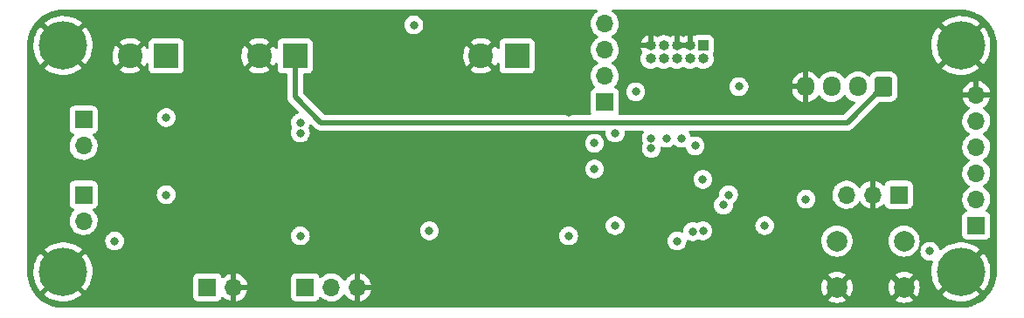
<source format=gbr>
G04 #@! TF.GenerationSoftware,KiCad,Pcbnew,6.0.6-3a73a75311~116~ubuntu22.04.1*
G04 #@! TF.CreationDate,2022-07-04T15:20:00+02:00*
G04 #@! TF.ProjectId,DccDecoder,44636344-6563-46f6-9465-722e6b696361,0.4.1*
G04 #@! TF.SameCoordinates,Original*
G04 #@! TF.FileFunction,Copper,L2,Inr*
G04 #@! TF.FilePolarity,Positive*
%FSLAX46Y46*%
G04 Gerber Fmt 4.6, Leading zero omitted, Abs format (unit mm)*
G04 Created by KiCad (PCBNEW 6.0.6-3a73a75311~116~ubuntu22.04.1) date 2022-07-04 15:20:00*
%MOMM*%
%LPD*%
G01*
G04 APERTURE LIST*
G04 #@! TA.AperFunction,ComponentPad*
%ADD10O,1.700000X1.950000*%
G04 #@! TD*
G04 #@! TA.AperFunction,ComponentPad*
%ADD11R,2.400000X2.400000*%
G04 #@! TD*
G04 #@! TA.AperFunction,ComponentPad*
%ADD12C,2.400000*%
G04 #@! TD*
G04 #@! TA.AperFunction,ComponentPad*
%ADD13C,2.000000*%
G04 #@! TD*
G04 #@! TA.AperFunction,ComponentPad*
%ADD14C,4.700000*%
G04 #@! TD*
G04 #@! TA.AperFunction,ComponentPad*
%ADD15R,1.700000X1.700000*%
G04 #@! TD*
G04 #@! TA.AperFunction,ComponentPad*
%ADD16O,1.700000X1.700000*%
G04 #@! TD*
G04 #@! TA.AperFunction,ComponentPad*
%ADD17R,1.000000X1.000000*%
G04 #@! TD*
G04 #@! TA.AperFunction,ComponentPad*
%ADD18O,1.000000X1.000000*%
G04 #@! TD*
G04 #@! TA.AperFunction,ViaPad*
%ADD19C,0.800000*%
G04 #@! TD*
G04 #@! TA.AperFunction,Conductor*
%ADD20C,0.500000*%
G04 #@! TD*
G04 APERTURE END LIST*
G04 #@! TA.AperFunction,ComponentPad*
G36*
G01*
X109350000Y-47275000D02*
X109350000Y-48725000D01*
G75*
G02*
X109100000Y-48975000I-250000J0D01*
G01*
X107900000Y-48975000D01*
G75*
G02*
X107650000Y-48725000I0J250000D01*
G01*
X107650000Y-47275000D01*
G75*
G02*
X107900000Y-47025000I250000J0D01*
G01*
X109100000Y-47025000D01*
G75*
G02*
X109350000Y-47275000I0J-250000D01*
G01*
G37*
G04 #@! TD.AperFunction*
D10*
X106000000Y-48000000D03*
X103500000Y-48000000D03*
X101000000Y-48000000D03*
D11*
X73000000Y-45000000D03*
D12*
X69500000Y-45000000D03*
D11*
X51500000Y-45000000D03*
D12*
X48000000Y-45000000D03*
D13*
X110500000Y-63000000D03*
X104000000Y-63000000D03*
X104000000Y-67500000D03*
X110500000Y-67500000D03*
D14*
X29000000Y-44000000D03*
X29000000Y-66000000D03*
X116000000Y-44000000D03*
X116000000Y-66000000D03*
D11*
X39000000Y-45000000D03*
D12*
X35500000Y-45000000D03*
D15*
X117500000Y-61500000D03*
D16*
X117500000Y-58960000D03*
X117500000Y-56420000D03*
X117500000Y-53880000D03*
X117500000Y-51340000D03*
X117500000Y-48800000D03*
D17*
X91040000Y-44000000D03*
D18*
X91040000Y-45270000D03*
X89770000Y-44000000D03*
X89770000Y-45270000D03*
X88500000Y-44000000D03*
X88500000Y-45270000D03*
X87230000Y-44000000D03*
X87230000Y-45270000D03*
X85960000Y-44000000D03*
X85960000Y-45270000D03*
D15*
X110000000Y-58500000D03*
D16*
X107460000Y-58500000D03*
X104920000Y-58500000D03*
D15*
X30995000Y-51215000D03*
D16*
X30995000Y-53755000D03*
D15*
X31000000Y-58500000D03*
D16*
X31000000Y-61040000D03*
D15*
X52460000Y-67500000D03*
D16*
X55000000Y-67500000D03*
X57540000Y-67500000D03*
D15*
X43000000Y-67500000D03*
D16*
X45540000Y-67500000D03*
D15*
X81500000Y-49500000D03*
D16*
X81500000Y-46960000D03*
X81500000Y-44420000D03*
X81500000Y-41880000D03*
D19*
X78000000Y-50500000D03*
X46000000Y-55500000D03*
X92500000Y-61000000D03*
X97000000Y-56000000D03*
X39000000Y-51000000D03*
X39000000Y-58500000D03*
X63000000Y-42000000D03*
X64500000Y-62000000D03*
X34000000Y-63000000D03*
X82500000Y-61500000D03*
X96999990Y-61500000D03*
X113000000Y-64000000D03*
X94500000Y-48000000D03*
X101000000Y-58925000D03*
X87479978Y-53000000D03*
X88500000Y-63000000D03*
X84500000Y-48500000D03*
X86000000Y-53000000D03*
X93500000Y-58500000D03*
X93000000Y-59500000D03*
X88929990Y-53009065D03*
X90250000Y-53750000D03*
X52000000Y-51500000D03*
X82500000Y-52500000D03*
X86000000Y-54000000D03*
X52000000Y-52500000D03*
X90012653Y-62081702D03*
X52000000Y-62500000D03*
X91012572Y-62000161D03*
X80500000Y-53500000D03*
X80500000Y-56000000D03*
X78000000Y-62500000D03*
X91000000Y-57000000D03*
D20*
X105000000Y-51500000D02*
X108500000Y-48000000D01*
X51500000Y-49000000D02*
X51500000Y-45000000D01*
X105000000Y-51500000D02*
X54000000Y-51500000D01*
X54000000Y-51500000D02*
X51500000Y-49000000D01*
G04 #@! TA.AperFunction,Conductor*
G36*
X80754417Y-40528502D02*
G01*
X80800910Y-40582158D01*
X80811014Y-40652432D01*
X80781520Y-40717012D01*
X80761949Y-40735260D01*
X80663774Y-40808972D01*
X80594965Y-40860635D01*
X80440629Y-41022138D01*
X80437715Y-41026410D01*
X80437714Y-41026411D01*
X80391783Y-41093744D01*
X80314743Y-41206680D01*
X80297516Y-41243792D01*
X80249050Y-41348205D01*
X80220688Y-41409305D01*
X80160989Y-41624570D01*
X80137251Y-41846695D01*
X80137548Y-41851848D01*
X80137548Y-41851851D01*
X80143011Y-41946590D01*
X80150110Y-42069715D01*
X80199222Y-42287639D01*
X80283266Y-42494616D01*
X80285965Y-42499020D01*
X80393165Y-42673955D01*
X80399987Y-42685088D01*
X80546250Y-42853938D01*
X80718126Y-42996632D01*
X80770822Y-43027425D01*
X80791445Y-43039476D01*
X80840169Y-43091114D01*
X80853240Y-43160897D01*
X80826509Y-43226669D01*
X80786055Y-43260027D01*
X80773607Y-43266507D01*
X80769474Y-43269610D01*
X80769471Y-43269612D01*
X80609550Y-43389684D01*
X80594965Y-43400635D01*
X80542742Y-43455283D01*
X80449080Y-43553295D01*
X80440629Y-43562138D01*
X80314743Y-43746680D01*
X80299003Y-43780590D01*
X80237212Y-43913708D01*
X80220688Y-43949305D01*
X80160989Y-44164570D01*
X80137251Y-44386695D01*
X80137548Y-44391848D01*
X80137548Y-44391851D01*
X80143001Y-44486422D01*
X80150110Y-44609715D01*
X80151247Y-44614761D01*
X80151248Y-44614767D01*
X80168479Y-44691224D01*
X80199222Y-44827639D01*
X80283266Y-45034616D01*
X80285965Y-45039020D01*
X80387104Y-45204064D01*
X80399987Y-45225088D01*
X80546250Y-45393938D01*
X80718126Y-45536632D01*
X80788595Y-45577811D01*
X80791445Y-45579476D01*
X80840169Y-45631114D01*
X80853240Y-45700897D01*
X80826509Y-45766669D01*
X80786055Y-45800027D01*
X80773607Y-45806507D01*
X80769474Y-45809610D01*
X80769471Y-45809612D01*
X80599100Y-45937530D01*
X80594965Y-45940635D01*
X80440629Y-46102138D01*
X80437715Y-46106410D01*
X80437714Y-46106411D01*
X80422711Y-46128405D01*
X80314743Y-46286680D01*
X80300337Y-46317715D01*
X80237127Y-46453891D01*
X80220688Y-46489305D01*
X80160989Y-46704570D01*
X80160440Y-46709707D01*
X80160242Y-46711563D01*
X80137251Y-46926695D01*
X80137548Y-46931848D01*
X80137548Y-46931851D01*
X80147164Y-47098627D01*
X80150110Y-47149715D01*
X80151247Y-47154761D01*
X80151248Y-47154767D01*
X80166254Y-47221350D01*
X80199222Y-47367639D01*
X80283266Y-47574616D01*
X80294453Y-47592872D01*
X80385548Y-47741525D01*
X80399987Y-47765088D01*
X80546250Y-47933938D01*
X80550230Y-47937242D01*
X80554981Y-47941187D01*
X80594616Y-48000090D01*
X80596113Y-48071071D01*
X80558997Y-48131593D01*
X80518724Y-48156112D01*
X80403295Y-48199385D01*
X80286739Y-48286739D01*
X80199385Y-48403295D01*
X80148255Y-48539684D01*
X80141500Y-48601866D01*
X80141500Y-50398134D01*
X80148255Y-50460316D01*
X80151029Y-50467715D01*
X80189850Y-50571270D01*
X80195033Y-50642077D01*
X80161112Y-50704446D01*
X80098857Y-50738576D01*
X80071868Y-50741500D01*
X54366371Y-50741500D01*
X54298250Y-50721498D01*
X54277276Y-50704595D01*
X52295405Y-48722724D01*
X52261379Y-48660412D01*
X52258500Y-48633629D01*
X52258500Y-46834500D01*
X52278502Y-46766379D01*
X52332158Y-46719886D01*
X52384500Y-46708500D01*
X52748134Y-46708500D01*
X52810316Y-46701745D01*
X52946705Y-46650615D01*
X53063261Y-46563261D01*
X53150615Y-46446705D01*
X53178111Y-46373359D01*
X68491386Y-46373359D01*
X68500099Y-46384879D01*
X68588586Y-46449760D01*
X68596505Y-46454708D01*
X68812877Y-46568547D01*
X68821451Y-46572275D01*
X69052282Y-46652885D01*
X69061291Y-46655299D01*
X69301518Y-46700908D01*
X69310775Y-46701962D01*
X69555107Y-46711563D01*
X69564420Y-46711237D01*
X69807478Y-46684618D01*
X69816655Y-46682917D01*
X70053107Y-46620665D01*
X70061926Y-46617628D01*
X70286584Y-46521107D01*
X70294856Y-46516800D01*
X70502777Y-46388135D01*
X70504620Y-46386796D01*
X70512038Y-46375541D01*
X70505974Y-46365184D01*
X69512812Y-45372022D01*
X69498868Y-45364408D01*
X69497035Y-45364539D01*
X69490420Y-45368790D01*
X68498044Y-46361166D01*
X68491386Y-46373359D01*
X53178111Y-46373359D01*
X53201745Y-46310316D01*
X53208500Y-46248134D01*
X53208500Y-44959835D01*
X67788022Y-44959835D01*
X67799754Y-45204064D01*
X67800891Y-45213324D01*
X67848593Y-45453143D01*
X67851082Y-45462118D01*
X67933708Y-45692250D01*
X67937505Y-45700778D01*
X68053234Y-45916160D01*
X68058245Y-45924027D01*
X68115173Y-46000263D01*
X68126431Y-46008712D01*
X68138850Y-46001940D01*
X69127978Y-45012812D01*
X69134356Y-45001132D01*
X69864408Y-45001132D01*
X69864539Y-45002965D01*
X69868790Y-45009580D01*
X70863732Y-46004522D01*
X70876112Y-46011282D01*
X70884453Y-46005038D01*
X71002700Y-45821202D01*
X71007147Y-45813011D01*
X71050618Y-45716510D01*
X71096834Y-45662616D01*
X71164850Y-45642263D01*
X71233073Y-45661913D01*
X71279842Y-45715328D01*
X71291500Y-45768261D01*
X71291500Y-46248134D01*
X71298255Y-46310316D01*
X71349385Y-46446705D01*
X71436739Y-46563261D01*
X71553295Y-46650615D01*
X71689684Y-46701745D01*
X71751866Y-46708500D01*
X74248134Y-46708500D01*
X74310316Y-46701745D01*
X74446705Y-46650615D01*
X74563261Y-46563261D01*
X74650615Y-46446705D01*
X74701745Y-46310316D01*
X74708500Y-46248134D01*
X74708500Y-43751866D01*
X74701745Y-43689684D01*
X74650615Y-43553295D01*
X74563261Y-43436739D01*
X74446705Y-43349385D01*
X74310316Y-43298255D01*
X74248134Y-43291500D01*
X71751866Y-43291500D01*
X71689684Y-43298255D01*
X71553295Y-43349385D01*
X71436739Y-43436739D01*
X71349385Y-43553295D01*
X71298255Y-43689684D01*
X71291500Y-43751866D01*
X71291500Y-44222433D01*
X71271498Y-44290554D01*
X71217842Y-44337047D01*
X71147568Y-44347151D01*
X71082988Y-44317657D01*
X71050099Y-44270983D01*
X71049644Y-44271200D01*
X71048371Y-44268531D01*
X71048066Y-44268098D01*
X71047631Y-44266980D01*
X71043619Y-44258567D01*
X70922284Y-44046276D01*
X70917074Y-44038553D01*
X70885787Y-43998865D01*
X70873863Y-43990395D01*
X70862328Y-43996882D01*
X69872022Y-44987188D01*
X69864408Y-45001132D01*
X69134356Y-45001132D01*
X69135592Y-44998868D01*
X69135461Y-44997035D01*
X69131210Y-44990420D01*
X68136828Y-43996038D01*
X68123520Y-43988771D01*
X68113481Y-43995893D01*
X68108581Y-44001784D01*
X68103168Y-44009373D01*
X67976322Y-44218409D01*
X67972084Y-44226726D01*
X67877529Y-44452214D01*
X67874572Y-44461052D01*
X67814384Y-44698042D01*
X67812763Y-44707232D01*
X67788267Y-44950510D01*
X67788022Y-44959835D01*
X53208500Y-44959835D01*
X53208500Y-43751866D01*
X53201745Y-43689684D01*
X53177465Y-43624917D01*
X68489330Y-43624917D01*
X68493903Y-43634693D01*
X69487188Y-44627978D01*
X69501132Y-44635592D01*
X69502965Y-44635461D01*
X69509580Y-44631210D01*
X70502488Y-43638302D01*
X70508872Y-43626612D01*
X70499460Y-43614502D01*
X70373144Y-43526873D01*
X70365116Y-43522145D01*
X70145810Y-43413995D01*
X70137177Y-43410507D01*
X69904288Y-43335958D01*
X69895238Y-43333785D01*
X69653891Y-43294480D01*
X69644602Y-43293668D01*
X69400114Y-43290467D01*
X69390803Y-43291037D01*
X69148522Y-43324010D01*
X69139403Y-43325948D01*
X68904668Y-43394367D01*
X68895915Y-43397639D01*
X68673869Y-43500004D01*
X68665714Y-43504524D01*
X68498468Y-43614175D01*
X68489330Y-43624917D01*
X53177465Y-43624917D01*
X53150615Y-43553295D01*
X53063261Y-43436739D01*
X52946705Y-43349385D01*
X52810316Y-43298255D01*
X52748134Y-43291500D01*
X50251866Y-43291500D01*
X50189684Y-43298255D01*
X50053295Y-43349385D01*
X49936739Y-43436739D01*
X49849385Y-43553295D01*
X49798255Y-43689684D01*
X49791500Y-43751866D01*
X49791500Y-44222433D01*
X49771498Y-44290554D01*
X49717842Y-44337047D01*
X49647568Y-44347151D01*
X49582988Y-44317657D01*
X49550099Y-44270983D01*
X49549644Y-44271200D01*
X49548371Y-44268531D01*
X49548066Y-44268098D01*
X49547631Y-44266980D01*
X49543619Y-44258567D01*
X49422284Y-44046276D01*
X49417074Y-44038553D01*
X49385787Y-43998865D01*
X49373863Y-43990395D01*
X49362328Y-43996882D01*
X48372022Y-44987188D01*
X48364408Y-45001132D01*
X48364539Y-45002965D01*
X48368790Y-45009580D01*
X49363732Y-46004522D01*
X49376112Y-46011282D01*
X49384453Y-46005038D01*
X49502700Y-45821202D01*
X49507147Y-45813011D01*
X49550618Y-45716510D01*
X49596834Y-45662616D01*
X49664850Y-45642263D01*
X49733073Y-45661913D01*
X49779842Y-45715328D01*
X49791500Y-45768261D01*
X49791500Y-46248134D01*
X49798255Y-46310316D01*
X49849385Y-46446705D01*
X49936739Y-46563261D01*
X50053295Y-46650615D01*
X50189684Y-46701745D01*
X50251866Y-46708500D01*
X50615500Y-46708500D01*
X50683621Y-46728502D01*
X50730114Y-46782158D01*
X50741500Y-46834500D01*
X50741500Y-48932930D01*
X50740067Y-48951880D01*
X50736801Y-48973349D01*
X50737394Y-48980641D01*
X50737394Y-48980644D01*
X50741085Y-49026018D01*
X50741500Y-49036233D01*
X50741500Y-49044293D01*
X50741925Y-49047937D01*
X50744789Y-49072507D01*
X50745222Y-49076882D01*
X50750511Y-49141900D01*
X50751140Y-49149637D01*
X50753396Y-49156601D01*
X50754587Y-49162560D01*
X50755971Y-49168415D01*
X50756818Y-49175681D01*
X50781735Y-49244327D01*
X50783152Y-49248455D01*
X50801881Y-49306267D01*
X50805649Y-49317899D01*
X50809445Y-49324154D01*
X50811951Y-49329628D01*
X50814670Y-49335058D01*
X50817167Y-49341937D01*
X50821180Y-49348057D01*
X50821180Y-49348058D01*
X50857186Y-49402976D01*
X50859523Y-49406680D01*
X50897405Y-49469107D01*
X50901121Y-49473315D01*
X50901122Y-49473316D01*
X50904803Y-49477484D01*
X50904776Y-49477508D01*
X50907429Y-49480500D01*
X50910132Y-49483733D01*
X50914144Y-49489852D01*
X50919456Y-49494884D01*
X50970383Y-49543128D01*
X50972825Y-49545506D01*
X51834688Y-50407369D01*
X51868714Y-50469681D01*
X51863649Y-50540496D01*
X51821102Y-50597332D01*
X51771791Y-50619710D01*
X51724176Y-50629831D01*
X51724167Y-50629834D01*
X51717712Y-50631206D01*
X51711682Y-50633891D01*
X51711681Y-50633891D01*
X51549278Y-50706197D01*
X51549276Y-50706198D01*
X51543248Y-50708882D01*
X51537907Y-50712762D01*
X51537906Y-50712763D01*
X51502378Y-50738576D01*
X51388747Y-50821134D01*
X51384326Y-50826044D01*
X51384325Y-50826045D01*
X51312586Y-50905720D01*
X51260960Y-50963056D01*
X51235840Y-51006565D01*
X51174770Y-51112342D01*
X51165473Y-51128444D01*
X51106458Y-51310072D01*
X51086496Y-51500000D01*
X51106458Y-51689928D01*
X51165473Y-51871556D01*
X51168776Y-51877278D01*
X51168777Y-51877279D01*
X51203257Y-51937000D01*
X51219995Y-52005995D01*
X51203257Y-52063000D01*
X51184653Y-52095224D01*
X51165473Y-52128444D01*
X51106458Y-52310072D01*
X51105768Y-52316633D01*
X51105768Y-52316635D01*
X51104137Y-52332158D01*
X51086496Y-52500000D01*
X51087186Y-52506565D01*
X51100949Y-52637509D01*
X51106458Y-52689928D01*
X51165473Y-52871556D01*
X51168776Y-52877278D01*
X51168777Y-52877279D01*
X51178085Y-52893401D01*
X51260960Y-53036944D01*
X51265378Y-53041851D01*
X51265379Y-53041852D01*
X51301240Y-53081680D01*
X51388747Y-53178866D01*
X51487843Y-53250864D01*
X51533871Y-53284305D01*
X51543248Y-53291118D01*
X51549276Y-53293802D01*
X51549278Y-53293803D01*
X51709799Y-53365271D01*
X51717712Y-53368794D01*
X51792680Y-53384729D01*
X51898056Y-53407128D01*
X51898061Y-53407128D01*
X51904513Y-53408500D01*
X52095487Y-53408500D01*
X52101939Y-53407128D01*
X52101944Y-53407128D01*
X52207320Y-53384729D01*
X52282288Y-53368794D01*
X52290201Y-53365271D01*
X52450722Y-53293803D01*
X52450724Y-53293802D01*
X52456752Y-53291118D01*
X52466130Y-53284305D01*
X52512157Y-53250864D01*
X52611253Y-53178866D01*
X52698760Y-53081680D01*
X52734621Y-53041852D01*
X52734622Y-53041851D01*
X52739040Y-53036944D01*
X52821915Y-52893401D01*
X52831223Y-52877279D01*
X52831224Y-52877278D01*
X52834527Y-52871556D01*
X52893542Y-52689928D01*
X52899052Y-52637509D01*
X52912814Y-52506565D01*
X52913504Y-52500000D01*
X52895863Y-52332158D01*
X52894232Y-52316635D01*
X52894232Y-52316633D01*
X52893542Y-52310072D01*
X52834527Y-52128444D01*
X52815348Y-52095224D01*
X52796743Y-52063000D01*
X52780005Y-51994005D01*
X52796743Y-51937000D01*
X52831223Y-51877279D01*
X52831224Y-51877278D01*
X52834527Y-51871556D01*
X52884865Y-51716633D01*
X52924939Y-51658027D01*
X52990335Y-51630390D01*
X53060292Y-51642497D01*
X53093793Y-51666474D01*
X53416230Y-51988911D01*
X53428616Y-52003323D01*
X53437149Y-52014918D01*
X53437154Y-52014923D01*
X53441492Y-52020818D01*
X53447070Y-52025557D01*
X53447073Y-52025560D01*
X53481768Y-52055035D01*
X53489284Y-52061965D01*
X53494979Y-52067660D01*
X53497861Y-52069940D01*
X53517251Y-52085281D01*
X53520655Y-52088072D01*
X53568176Y-52128444D01*
X53576285Y-52135333D01*
X53582801Y-52138661D01*
X53587850Y-52142028D01*
X53592979Y-52145195D01*
X53598716Y-52149734D01*
X53664875Y-52180655D01*
X53668769Y-52182558D01*
X53733808Y-52215769D01*
X53740916Y-52217508D01*
X53746559Y-52219607D01*
X53752322Y-52221524D01*
X53758950Y-52224622D01*
X53766112Y-52226112D01*
X53766113Y-52226112D01*
X53830412Y-52239486D01*
X53834696Y-52240456D01*
X53905610Y-52257808D01*
X53911212Y-52258156D01*
X53911215Y-52258156D01*
X53916764Y-52258500D01*
X53916762Y-52258536D01*
X53920755Y-52258775D01*
X53924947Y-52259149D01*
X53932115Y-52260640D01*
X54009520Y-52258546D01*
X54012928Y-52258500D01*
X81471941Y-52258500D01*
X81540062Y-52278502D01*
X81586555Y-52332158D01*
X81597251Y-52397670D01*
X81594036Y-52428261D01*
X81586496Y-52500000D01*
X81587186Y-52506565D01*
X81600949Y-52637509D01*
X81606458Y-52689928D01*
X81665473Y-52871556D01*
X81668776Y-52877278D01*
X81668777Y-52877279D01*
X81678085Y-52893401D01*
X81760960Y-53036944D01*
X81765378Y-53041851D01*
X81765379Y-53041852D01*
X81801240Y-53081680D01*
X81888747Y-53178866D01*
X81987843Y-53250864D01*
X82033871Y-53284305D01*
X82043248Y-53291118D01*
X82049276Y-53293802D01*
X82049278Y-53293803D01*
X82209799Y-53365271D01*
X82217712Y-53368794D01*
X82292680Y-53384729D01*
X82398056Y-53407128D01*
X82398061Y-53407128D01*
X82404513Y-53408500D01*
X82595487Y-53408500D01*
X82601939Y-53407128D01*
X82601944Y-53407128D01*
X82707320Y-53384729D01*
X82782288Y-53368794D01*
X82790201Y-53365271D01*
X82950722Y-53293803D01*
X82950724Y-53293802D01*
X82956752Y-53291118D01*
X82966130Y-53284305D01*
X83012157Y-53250864D01*
X83111253Y-53178866D01*
X83198760Y-53081680D01*
X83234621Y-53041852D01*
X83234622Y-53041851D01*
X83239040Y-53036944D01*
X83321915Y-52893401D01*
X83331223Y-52877279D01*
X83331224Y-52877278D01*
X83334527Y-52871556D01*
X83393542Y-52689928D01*
X83399052Y-52637509D01*
X83412814Y-52506565D01*
X83413504Y-52500000D01*
X83405964Y-52428261D01*
X83402749Y-52397670D01*
X83415521Y-52327832D01*
X83464023Y-52275985D01*
X83528059Y-52258500D01*
X85163143Y-52258500D01*
X85231264Y-52278502D01*
X85277757Y-52332158D01*
X85287861Y-52402432D01*
X85265138Y-52458416D01*
X85260960Y-52463056D01*
X85257659Y-52468774D01*
X85257658Y-52468775D01*
X85176599Y-52609174D01*
X85165473Y-52628444D01*
X85106458Y-52810072D01*
X85105768Y-52816633D01*
X85105768Y-52816635D01*
X85098961Y-52881399D01*
X85086496Y-53000000D01*
X85087186Y-53006565D01*
X85098146Y-53110840D01*
X85106458Y-53189928D01*
X85165473Y-53371556D01*
X85168776Y-53377278D01*
X85168777Y-53377279D01*
X85203257Y-53437000D01*
X85219995Y-53505995D01*
X85203257Y-53563000D01*
X85165473Y-53628444D01*
X85106458Y-53810072D01*
X85105768Y-53816633D01*
X85105768Y-53816635D01*
X85091776Y-53949767D01*
X85086496Y-54000000D01*
X85087186Y-54006565D01*
X85104161Y-54168069D01*
X85106458Y-54189928D01*
X85165473Y-54371556D01*
X85168776Y-54377278D01*
X85168777Y-54377279D01*
X85186803Y-54408500D01*
X85260960Y-54536944D01*
X85265378Y-54541851D01*
X85265379Y-54541852D01*
X85332240Y-54616109D01*
X85388747Y-54678866D01*
X85543248Y-54791118D01*
X85549276Y-54793802D01*
X85549278Y-54793803D01*
X85691761Y-54857240D01*
X85717712Y-54868794D01*
X85811112Y-54888647D01*
X85898056Y-54907128D01*
X85898061Y-54907128D01*
X85904513Y-54908500D01*
X86095487Y-54908500D01*
X86101939Y-54907128D01*
X86101944Y-54907128D01*
X86188887Y-54888647D01*
X86282288Y-54868794D01*
X86308239Y-54857240D01*
X86450722Y-54793803D01*
X86450724Y-54793802D01*
X86456752Y-54791118D01*
X86611253Y-54678866D01*
X86667760Y-54616109D01*
X86734621Y-54541852D01*
X86734622Y-54541851D01*
X86739040Y-54536944D01*
X86813197Y-54408500D01*
X86831223Y-54377279D01*
X86831224Y-54377278D01*
X86834527Y-54371556D01*
X86893542Y-54189928D01*
X86895840Y-54168069D01*
X86912814Y-54006565D01*
X86913504Y-54000000D01*
X86907897Y-53946655D01*
X86920669Y-53876819D01*
X86969170Y-53824972D01*
X87038003Y-53807577D01*
X87084455Y-53818379D01*
X87197690Y-53868794D01*
X87266241Y-53883365D01*
X87378034Y-53907128D01*
X87378039Y-53907128D01*
X87384491Y-53908500D01*
X87575465Y-53908500D01*
X87581917Y-53907128D01*
X87581922Y-53907128D01*
X87693715Y-53883365D01*
X87762266Y-53868794D01*
X87800321Y-53851851D01*
X87930700Y-53793803D01*
X87930702Y-53793802D01*
X87936730Y-53791118D01*
X87981811Y-53758365D01*
X88002360Y-53743435D01*
X88091231Y-53678866D01*
X88107269Y-53661054D01*
X88167712Y-53623816D01*
X88238696Y-53625167D01*
X88294537Y-53661054D01*
X88318737Y-53687931D01*
X88404167Y-53750000D01*
X88464457Y-53793803D01*
X88473238Y-53800183D01*
X88479266Y-53802867D01*
X88479268Y-53802868D01*
X88630423Y-53870166D01*
X88647702Y-53877859D01*
X88741103Y-53897712D01*
X88828046Y-53916193D01*
X88828051Y-53916193D01*
X88834503Y-53917565D01*
X89025477Y-53917565D01*
X89031929Y-53916193D01*
X89031934Y-53916193D01*
X89212278Y-53877859D01*
X89212618Y-53879458D01*
X89275371Y-53877666D01*
X89336169Y-53914329D01*
X89363171Y-53960589D01*
X89373844Y-53993436D01*
X89415473Y-54121556D01*
X89418776Y-54127278D01*
X89418777Y-54127279D01*
X89442327Y-54168069D01*
X89510960Y-54286944D01*
X89515378Y-54291851D01*
X89515379Y-54291852D01*
X89600558Y-54386453D01*
X89638747Y-54428866D01*
X89793248Y-54541118D01*
X89799276Y-54543802D01*
X89799278Y-54543803D01*
X89894677Y-54586277D01*
X89967712Y-54618794D01*
X90040624Y-54634292D01*
X90148056Y-54657128D01*
X90148061Y-54657128D01*
X90154513Y-54658500D01*
X90345487Y-54658500D01*
X90351939Y-54657128D01*
X90351944Y-54657128D01*
X90459376Y-54634292D01*
X90532288Y-54618794D01*
X90605323Y-54586277D01*
X90700722Y-54543803D01*
X90700724Y-54543802D01*
X90706752Y-54541118D01*
X90861253Y-54428866D01*
X90899442Y-54386453D01*
X90984621Y-54291852D01*
X90984622Y-54291851D01*
X90989040Y-54286944D01*
X91057673Y-54168069D01*
X91081223Y-54127279D01*
X91081224Y-54127278D01*
X91084527Y-54121556D01*
X91143542Y-53939928D01*
X91145893Y-53917565D01*
X91162814Y-53756565D01*
X91163504Y-53750000D01*
X91157850Y-53696206D01*
X91144232Y-53566635D01*
X91144232Y-53566633D01*
X91143542Y-53560072D01*
X91084527Y-53378444D01*
X91077406Y-53366109D01*
X91033058Y-53289297D01*
X90989040Y-53213056D01*
X90968216Y-53189928D01*
X90865675Y-53076045D01*
X90865674Y-53076044D01*
X90861253Y-53071134D01*
X90706752Y-52958882D01*
X90700724Y-52956198D01*
X90700722Y-52956197D01*
X90538319Y-52883891D01*
X90538318Y-52883891D01*
X90532288Y-52881206D01*
X90420902Y-52857530D01*
X90351944Y-52842872D01*
X90351939Y-52842872D01*
X90345487Y-52841500D01*
X90154513Y-52841500D01*
X90148061Y-52842872D01*
X90148056Y-52842872D01*
X89967712Y-52881206D01*
X89967372Y-52879607D01*
X89904619Y-52881399D01*
X89843821Y-52844736D01*
X89816819Y-52798476D01*
X89766558Y-52643791D01*
X89764517Y-52637509D01*
X89748141Y-52609144D01*
X89691032Y-52510229D01*
X89669030Y-52472121D01*
X89664610Y-52467213D01*
X89660731Y-52461873D01*
X89662204Y-52460803D01*
X89635331Y-52404798D01*
X89644098Y-52334345D01*
X89689563Y-52279815D01*
X89759685Y-52258500D01*
X104932930Y-52258500D01*
X104951880Y-52259933D01*
X104966115Y-52262099D01*
X104966119Y-52262099D01*
X104973349Y-52263199D01*
X104980641Y-52262606D01*
X104980644Y-52262606D01*
X105026018Y-52258915D01*
X105036233Y-52258500D01*
X105044293Y-52258500D01*
X105061680Y-52256473D01*
X105072507Y-52255211D01*
X105076882Y-52254778D01*
X105142339Y-52249454D01*
X105142342Y-52249453D01*
X105149637Y-52248860D01*
X105156601Y-52246604D01*
X105162560Y-52245413D01*
X105168415Y-52244029D01*
X105175681Y-52243182D01*
X105244327Y-52218265D01*
X105248455Y-52216848D01*
X105310936Y-52196607D01*
X105310938Y-52196606D01*
X105317899Y-52194351D01*
X105324154Y-52190555D01*
X105329628Y-52188049D01*
X105335058Y-52185330D01*
X105341937Y-52182833D01*
X105365385Y-52167460D01*
X105402976Y-52142814D01*
X105406680Y-52140477D01*
X105469107Y-52102595D01*
X105477484Y-52095197D01*
X105477508Y-52095224D01*
X105480500Y-52092571D01*
X105483733Y-52089868D01*
X105489852Y-52085856D01*
X105543128Y-52029617D01*
X105545506Y-52027175D01*
X108052276Y-49520405D01*
X108114588Y-49486379D01*
X108141371Y-49483500D01*
X109150400Y-49483500D01*
X109153646Y-49483163D01*
X109153650Y-49483163D01*
X109249308Y-49473238D01*
X109249312Y-49473237D01*
X109256166Y-49472526D01*
X109262702Y-49470345D01*
X109262704Y-49470345D01*
X109416998Y-49418868D01*
X109423946Y-49416550D01*
X109574348Y-49323478D01*
X109699305Y-49198303D01*
X109708893Y-49182749D01*
X109788275Y-49053968D01*
X109788276Y-49053966D01*
X109792115Y-49047738D01*
X109819188Y-48966115D01*
X109845632Y-48886389D01*
X109845632Y-48886387D01*
X109847797Y-48879861D01*
X109848791Y-48870166D01*
X109853100Y-48828103D01*
X109858500Y-48775400D01*
X109858500Y-48534183D01*
X116164389Y-48534183D01*
X116165912Y-48542607D01*
X116178292Y-48546000D01*
X117227885Y-48546000D01*
X117243124Y-48541525D01*
X117244329Y-48540135D01*
X117246000Y-48532452D01*
X117246000Y-48527885D01*
X117754000Y-48527885D01*
X117758475Y-48543124D01*
X117759865Y-48544329D01*
X117767548Y-48546000D01*
X118818344Y-48546000D01*
X118831875Y-48542027D01*
X118833180Y-48532947D01*
X118791214Y-48365875D01*
X118787894Y-48356124D01*
X118702972Y-48160814D01*
X118698105Y-48151739D01*
X118582426Y-47972926D01*
X118576136Y-47964757D01*
X118432806Y-47807240D01*
X118425273Y-47800215D01*
X118258139Y-47668222D01*
X118249552Y-47662517D01*
X118063117Y-47559599D01*
X118053705Y-47555369D01*
X117852959Y-47484280D01*
X117842988Y-47481646D01*
X117771837Y-47468972D01*
X117758540Y-47470432D01*
X117754000Y-47484989D01*
X117754000Y-48527885D01*
X117246000Y-48527885D01*
X117246000Y-47483102D01*
X117242082Y-47469758D01*
X117227806Y-47467771D01*
X117189324Y-47473660D01*
X117179288Y-47476051D01*
X116976868Y-47542212D01*
X116967359Y-47546209D01*
X116778463Y-47644542D01*
X116769738Y-47650036D01*
X116599433Y-47777905D01*
X116591726Y-47784748D01*
X116444590Y-47938717D01*
X116438104Y-47946727D01*
X116318098Y-48122649D01*
X116313000Y-48131623D01*
X116223338Y-48324783D01*
X116219775Y-48334470D01*
X116164389Y-48534183D01*
X109858500Y-48534183D01*
X109858500Y-47224600D01*
X109854292Y-47184041D01*
X109848238Y-47125692D01*
X109848237Y-47125688D01*
X109847526Y-47118834D01*
X109840785Y-47098627D01*
X109793868Y-46958002D01*
X109791550Y-46951054D01*
X109698478Y-46800652D01*
X109678658Y-46780866D01*
X109578483Y-46680866D01*
X109573303Y-46675695D01*
X109542965Y-46656994D01*
X109428968Y-46586725D01*
X109428966Y-46586724D01*
X109422738Y-46582885D01*
X109309353Y-46545277D01*
X109261389Y-46529368D01*
X109261387Y-46529368D01*
X109254861Y-46527203D01*
X109248025Y-46526503D01*
X109248022Y-46526502D01*
X109204969Y-46522091D01*
X109150400Y-46516500D01*
X107849600Y-46516500D01*
X107846354Y-46516837D01*
X107846350Y-46516837D01*
X107750692Y-46526762D01*
X107750688Y-46526763D01*
X107743834Y-46527474D01*
X107737298Y-46529655D01*
X107737296Y-46529655D01*
X107609549Y-46572275D01*
X107576054Y-46583450D01*
X107425652Y-46676522D01*
X107300695Y-46801697D01*
X107227170Y-46920977D01*
X107210920Y-46947339D01*
X107158148Y-46994832D01*
X107088076Y-47006256D01*
X107022952Y-46977982D01*
X107012490Y-46968195D01*
X106967446Y-46920977D01*
X106903424Y-46853865D01*
X106718458Y-46716246D01*
X106713707Y-46713830D01*
X106713703Y-46713828D01*
X106593836Y-46652885D01*
X106512949Y-46611760D01*
X106507855Y-46610178D01*
X106507852Y-46610177D01*
X106297871Y-46544976D01*
X106292773Y-46543393D01*
X106287484Y-46542692D01*
X106069511Y-46513802D01*
X106069506Y-46513802D01*
X106064226Y-46513102D01*
X106058897Y-46513302D01*
X106058895Y-46513302D01*
X105949034Y-46517427D01*
X105833842Y-46521751D01*
X105828623Y-46522846D01*
X105806566Y-46527474D01*
X105608209Y-46569093D01*
X105603250Y-46571051D01*
X105603248Y-46571052D01*
X105398744Y-46651815D01*
X105398742Y-46651816D01*
X105393779Y-46653776D01*
X105389220Y-46656543D01*
X105389217Y-46656544D01*
X105264306Y-46732342D01*
X105196683Y-46773377D01*
X105192653Y-46776874D01*
X105094048Y-46862439D01*
X105022555Y-46924477D01*
X105003809Y-46947339D01*
X104879760Y-47098627D01*
X104879756Y-47098633D01*
X104876376Y-47102755D01*
X104858448Y-47134250D01*
X104807368Y-47183555D01*
X104737738Y-47197417D01*
X104671667Y-47171434D01*
X104644427Y-47142284D01*
X104617814Y-47102755D01*
X104562559Y-47020681D01*
X104501473Y-46956646D01*
X104474725Y-46928608D01*
X104403424Y-46853865D01*
X104218458Y-46716246D01*
X104213707Y-46713830D01*
X104213703Y-46713828D01*
X104093836Y-46652885D01*
X104012949Y-46611760D01*
X104007855Y-46610178D01*
X104007852Y-46610177D01*
X103797871Y-46544976D01*
X103792773Y-46543393D01*
X103787484Y-46542692D01*
X103569511Y-46513802D01*
X103569506Y-46513802D01*
X103564226Y-46513102D01*
X103558897Y-46513302D01*
X103558895Y-46513302D01*
X103449034Y-46517427D01*
X103333842Y-46521751D01*
X103328623Y-46522846D01*
X103306566Y-46527474D01*
X103108209Y-46569093D01*
X103103250Y-46571051D01*
X103103248Y-46571052D01*
X102898744Y-46651815D01*
X102898742Y-46651816D01*
X102893779Y-46653776D01*
X102889220Y-46656543D01*
X102889217Y-46656544D01*
X102764306Y-46732342D01*
X102696683Y-46773377D01*
X102692653Y-46776874D01*
X102594048Y-46862439D01*
X102522555Y-46924477D01*
X102503809Y-46947339D01*
X102379760Y-47098627D01*
X102379756Y-47098633D01*
X102376376Y-47102755D01*
X102373738Y-47107390D01*
X102373733Y-47107398D01*
X102358171Y-47134735D01*
X102307088Y-47184041D01*
X102237458Y-47197902D01*
X102171387Y-47171918D01*
X102144149Y-47142768D01*
X102065148Y-47025422D01*
X102058481Y-47017130D01*
X101906772Y-46858100D01*
X101898814Y-46851059D01*
X101722475Y-46719859D01*
X101713438Y-46714255D01*
X101517516Y-46614643D01*
X101507665Y-46610643D01*
X101297760Y-46545466D01*
X101287376Y-46543183D01*
X101271957Y-46541139D01*
X101257793Y-46543335D01*
X101254000Y-46556522D01*
X101254000Y-49441192D01*
X101257973Y-49454723D01*
X101268580Y-49456248D01*
X101386421Y-49431523D01*
X101396617Y-49428463D01*
X101601029Y-49347737D01*
X101610561Y-49343006D01*
X101798462Y-49228984D01*
X101807052Y-49222720D01*
X101973052Y-49078673D01*
X101980472Y-49071042D01*
X102119826Y-48901089D01*
X102125848Y-48892326D01*
X102141238Y-48865289D01*
X102192320Y-48815982D01*
X102261951Y-48802120D01*
X102328022Y-48828103D01*
X102355261Y-48857253D01*
X102384773Y-48901089D01*
X102437441Y-48979319D01*
X102441120Y-48983176D01*
X102441122Y-48983178D01*
X102507287Y-49052536D01*
X102596576Y-49146135D01*
X102781542Y-49283754D01*
X102786293Y-49286170D01*
X102786297Y-49286172D01*
X102884296Y-49335997D01*
X102987051Y-49388240D01*
X102992145Y-49389822D01*
X102992148Y-49389823D01*
X103157583Y-49441192D01*
X103207227Y-49456607D01*
X103212516Y-49457308D01*
X103430489Y-49486198D01*
X103430494Y-49486198D01*
X103435774Y-49486898D01*
X103441103Y-49486698D01*
X103441105Y-49486698D01*
X103550966Y-49482574D01*
X103666158Y-49478249D01*
X103891791Y-49430907D01*
X103896750Y-49428949D01*
X103896752Y-49428948D01*
X104101256Y-49348185D01*
X104101258Y-49348184D01*
X104106221Y-49346224D01*
X104111525Y-49343006D01*
X104298757Y-49229390D01*
X104298756Y-49229390D01*
X104303317Y-49226623D01*
X104353878Y-49182749D01*
X104473412Y-49079023D01*
X104473414Y-49079021D01*
X104477445Y-49075523D01*
X104518037Y-49026018D01*
X104620240Y-48901373D01*
X104620244Y-48901367D01*
X104623624Y-48897245D01*
X104641552Y-48865750D01*
X104692632Y-48816445D01*
X104762262Y-48802583D01*
X104828333Y-48828566D01*
X104855573Y-48857716D01*
X104860983Y-48865752D01*
X104937441Y-48979319D01*
X104941120Y-48983176D01*
X104941122Y-48983178D01*
X105007287Y-49052536D01*
X105096576Y-49146135D01*
X105281542Y-49283754D01*
X105286293Y-49286170D01*
X105286297Y-49286172D01*
X105384296Y-49335997D01*
X105487051Y-49388240D01*
X105492145Y-49389822D01*
X105492148Y-49389823D01*
X105707227Y-49456607D01*
X105706618Y-49458568D01*
X105761085Y-49488484D01*
X105794956Y-49550880D01*
X105789717Y-49621683D01*
X105760865Y-49666454D01*
X104722724Y-50704595D01*
X104660412Y-50738621D01*
X104633629Y-50741500D01*
X82928132Y-50741500D01*
X82860011Y-50721498D01*
X82813518Y-50667842D01*
X82803414Y-50597568D01*
X82810150Y-50571270D01*
X82848971Y-50467715D01*
X82851745Y-50460316D01*
X82858500Y-50398134D01*
X82858500Y-48601866D01*
X82851745Y-48539684D01*
X82836868Y-48500000D01*
X83586496Y-48500000D01*
X83587186Y-48506565D01*
X83597562Y-48605283D01*
X83606458Y-48689928D01*
X83665473Y-48871556D01*
X83668776Y-48877278D01*
X83668777Y-48877279D01*
X83686803Y-48908500D01*
X83760960Y-49036944D01*
X83765378Y-49041851D01*
X83765379Y-49041852D01*
X83796920Y-49076882D01*
X83888747Y-49178866D01*
X83954479Y-49226623D01*
X84035853Y-49285745D01*
X84043248Y-49291118D01*
X84049276Y-49293802D01*
X84049278Y-49293803D01*
X84170417Y-49347737D01*
X84217712Y-49368794D01*
X84297822Y-49385822D01*
X84398056Y-49407128D01*
X84398061Y-49407128D01*
X84404513Y-49408500D01*
X84595487Y-49408500D01*
X84601939Y-49407128D01*
X84601944Y-49407128D01*
X84702178Y-49385822D01*
X84782288Y-49368794D01*
X84829583Y-49347737D01*
X84950722Y-49293803D01*
X84950724Y-49293802D01*
X84956752Y-49291118D01*
X84964148Y-49285745D01*
X85045521Y-49226623D01*
X85111253Y-49178866D01*
X85203080Y-49076882D01*
X85234621Y-49041852D01*
X85234622Y-49041851D01*
X85239040Y-49036944D01*
X85313197Y-48908500D01*
X85331223Y-48877279D01*
X85331224Y-48877278D01*
X85334527Y-48871556D01*
X85393542Y-48689928D01*
X85402439Y-48605283D01*
X85412814Y-48506565D01*
X85413504Y-48500000D01*
X85393542Y-48310072D01*
X85334527Y-48128444D01*
X85260370Y-48000000D01*
X93586496Y-48000000D01*
X93587186Y-48006565D01*
X93600254Y-48130896D01*
X93606458Y-48189928D01*
X93665473Y-48371556D01*
X93668776Y-48377278D01*
X93668777Y-48377279D01*
X93688652Y-48411703D01*
X93760960Y-48536944D01*
X93765378Y-48541851D01*
X93765379Y-48541852D01*
X93872131Y-48660412D01*
X93888747Y-48678866D01*
X94043248Y-48791118D01*
X94049276Y-48793802D01*
X94049278Y-48793803D01*
X94211681Y-48866109D01*
X94217712Y-48868794D01*
X94300490Y-48886389D01*
X94398056Y-48907128D01*
X94398061Y-48907128D01*
X94404513Y-48908500D01*
X94595487Y-48908500D01*
X94601939Y-48907128D01*
X94601944Y-48907128D01*
X94699510Y-48886389D01*
X94782288Y-48868794D01*
X94788319Y-48866109D01*
X94950722Y-48793803D01*
X94950724Y-48793802D01*
X94956752Y-48791118D01*
X95111253Y-48678866D01*
X95127869Y-48660412D01*
X95234621Y-48541852D01*
X95234622Y-48541851D01*
X95239040Y-48536944D01*
X95311348Y-48411703D01*
X95331223Y-48377279D01*
X95331224Y-48377278D01*
X95334527Y-48371556D01*
X95367462Y-48270193D01*
X99649410Y-48270193D01*
X99656124Y-48349325D01*
X99657914Y-48359797D01*
X99713130Y-48572535D01*
X99716665Y-48582575D01*
X99806937Y-48782970D01*
X99812106Y-48792256D01*
X99934850Y-48974575D01*
X99941519Y-48982870D01*
X100093228Y-49141900D01*
X100101186Y-49148941D01*
X100277525Y-49280141D01*
X100286562Y-49285745D01*
X100482484Y-49385357D01*
X100492335Y-49389357D01*
X100702240Y-49454534D01*
X100712624Y-49456817D01*
X100728043Y-49458861D01*
X100742207Y-49456665D01*
X100746000Y-49443478D01*
X100746000Y-48272115D01*
X100741525Y-48256876D01*
X100740135Y-48255671D01*
X100732452Y-48254000D01*
X99666151Y-48254000D01*
X99651473Y-48258310D01*
X99649410Y-48270193D01*
X95367462Y-48270193D01*
X95393542Y-48189928D01*
X95399747Y-48130896D01*
X95412814Y-48006565D01*
X95413504Y-48000000D01*
X95393542Y-47810072D01*
X95366932Y-47728174D01*
X99646496Y-47728174D01*
X99647915Y-47741414D01*
X99662550Y-47746000D01*
X100727885Y-47746000D01*
X100743124Y-47741525D01*
X100744329Y-47740135D01*
X100746000Y-47732452D01*
X100746000Y-46558808D01*
X100742027Y-46545277D01*
X100731420Y-46543752D01*
X100613579Y-46568477D01*
X100603383Y-46571537D01*
X100398971Y-46652263D01*
X100389439Y-46656994D01*
X100201538Y-46771016D01*
X100192948Y-46777280D01*
X100026948Y-46921327D01*
X100019528Y-46928958D01*
X99880174Y-47098911D01*
X99874150Y-47107678D01*
X99765424Y-47298682D01*
X99760959Y-47308346D01*
X99685969Y-47514941D01*
X99683198Y-47525208D01*
X99646496Y-47728174D01*
X95366932Y-47728174D01*
X95334527Y-47628444D01*
X95313990Y-47592872D01*
X95292337Y-47555369D01*
X95239040Y-47463056D01*
X95233459Y-47456857D01*
X95115675Y-47326045D01*
X95115674Y-47326044D01*
X95111253Y-47321134D01*
X94956752Y-47208882D01*
X94950724Y-47206198D01*
X94950722Y-47206197D01*
X94788319Y-47133891D01*
X94788318Y-47133891D01*
X94782288Y-47131206D01*
X94688887Y-47111353D01*
X94601944Y-47092872D01*
X94601939Y-47092872D01*
X94595487Y-47091500D01*
X94404513Y-47091500D01*
X94398061Y-47092872D01*
X94398056Y-47092872D01*
X94311113Y-47111353D01*
X94217712Y-47131206D01*
X94211682Y-47133891D01*
X94211681Y-47133891D01*
X94049278Y-47206197D01*
X94049276Y-47206198D01*
X94043248Y-47208882D01*
X93888747Y-47321134D01*
X93884326Y-47326044D01*
X93884325Y-47326045D01*
X93766542Y-47456857D01*
X93760960Y-47463056D01*
X93707663Y-47555369D01*
X93686011Y-47592872D01*
X93665473Y-47628444D01*
X93606458Y-47810072D01*
X93586496Y-48000000D01*
X85260370Y-48000000D01*
X85239040Y-47963056D01*
X85111253Y-47821134D01*
X84956752Y-47708882D01*
X84950724Y-47706198D01*
X84950722Y-47706197D01*
X84788319Y-47633891D01*
X84788318Y-47633891D01*
X84782288Y-47631206D01*
X84688887Y-47611353D01*
X84601944Y-47592872D01*
X84601939Y-47592872D01*
X84595487Y-47591500D01*
X84404513Y-47591500D01*
X84398061Y-47592872D01*
X84398056Y-47592872D01*
X84311113Y-47611353D01*
X84217712Y-47631206D01*
X84211682Y-47633891D01*
X84211681Y-47633891D01*
X84049278Y-47706197D01*
X84049276Y-47706198D01*
X84043248Y-47708882D01*
X83888747Y-47821134D01*
X83760960Y-47963056D01*
X83665473Y-48128444D01*
X83606458Y-48310072D01*
X83586496Y-48500000D01*
X82836868Y-48500000D01*
X82800615Y-48403295D01*
X82713261Y-48286739D01*
X82596705Y-48199385D01*
X82552705Y-48182890D01*
X82478203Y-48154960D01*
X82421439Y-48112318D01*
X82396739Y-48045756D01*
X82411947Y-47976408D01*
X82433493Y-47947727D01*
X82538096Y-47843489D01*
X82557393Y-47816635D01*
X82665435Y-47666277D01*
X82668453Y-47662077D01*
X82677120Y-47644542D01*
X82765136Y-47466453D01*
X82765137Y-47466451D01*
X82767430Y-47461811D01*
X82832370Y-47248069D01*
X82861529Y-47026590D01*
X82861611Y-47023240D01*
X82863074Y-46963365D01*
X82863074Y-46963361D01*
X82863156Y-46960000D01*
X82844852Y-46737361D01*
X82790431Y-46520702D01*
X82701354Y-46315840D01*
X82623579Y-46195618D01*
X82582822Y-46132617D01*
X82582820Y-46132614D01*
X82580014Y-46128277D01*
X82429670Y-45963051D01*
X82425619Y-45959852D01*
X82425615Y-45959848D01*
X82258414Y-45827800D01*
X82258410Y-45827798D01*
X82254359Y-45824598D01*
X82213053Y-45801796D01*
X82163084Y-45751364D01*
X82148312Y-45681921D01*
X82173428Y-45615516D01*
X82200780Y-45588909D01*
X82244603Y-45557650D01*
X82379860Y-45461173D01*
X82394291Y-45446793D01*
X82534435Y-45307137D01*
X82538096Y-45303489D01*
X82544361Y-45294771D01*
X82572328Y-45255851D01*
X84946719Y-45255851D01*
X84947235Y-45261995D01*
X84961716Y-45434447D01*
X84963268Y-45452934D01*
X84966490Y-45464171D01*
X85009888Y-45615516D01*
X85017783Y-45643050D01*
X85108187Y-45818956D01*
X85231035Y-45973953D01*
X85235728Y-45977947D01*
X85235729Y-45977948D01*
X85366051Y-46088860D01*
X85381650Y-46102136D01*
X85554294Y-46198624D01*
X85742392Y-46259740D01*
X85938777Y-46283158D01*
X85944912Y-46282686D01*
X85944914Y-46282686D01*
X86129830Y-46268457D01*
X86129834Y-46268456D01*
X86135972Y-46267984D01*
X86326463Y-46214798D01*
X86331967Y-46212018D01*
X86331969Y-46212017D01*
X86497493Y-46128405D01*
X86497495Y-46128404D01*
X86502996Y-46125625D01*
X86507850Y-46121833D01*
X86507859Y-46121827D01*
X86516548Y-46115038D01*
X86582542Y-46088860D01*
X86655592Y-46104339D01*
X86824294Y-46198624D01*
X87012392Y-46259740D01*
X87208777Y-46283158D01*
X87214912Y-46282686D01*
X87214914Y-46282686D01*
X87399830Y-46268457D01*
X87399834Y-46268456D01*
X87405972Y-46267984D01*
X87596463Y-46214798D01*
X87601967Y-46212018D01*
X87601969Y-46212017D01*
X87767493Y-46128405D01*
X87767495Y-46128404D01*
X87772996Y-46125625D01*
X87777850Y-46121833D01*
X87777859Y-46121827D01*
X87786548Y-46115038D01*
X87852542Y-46088860D01*
X87925592Y-46104339D01*
X88094294Y-46198624D01*
X88282392Y-46259740D01*
X88478777Y-46283158D01*
X88484912Y-46282686D01*
X88484914Y-46282686D01*
X88669830Y-46268457D01*
X88669834Y-46268456D01*
X88675972Y-46267984D01*
X88866463Y-46214798D01*
X88871967Y-46212018D01*
X88871969Y-46212017D01*
X89037493Y-46128405D01*
X89037495Y-46128404D01*
X89042996Y-46125625D01*
X89047850Y-46121833D01*
X89047859Y-46121827D01*
X89056548Y-46115038D01*
X89122542Y-46088860D01*
X89195592Y-46104339D01*
X89364294Y-46198624D01*
X89552392Y-46259740D01*
X89748777Y-46283158D01*
X89754912Y-46282686D01*
X89754914Y-46282686D01*
X89939830Y-46268457D01*
X89939834Y-46268456D01*
X89945972Y-46267984D01*
X90136463Y-46214798D01*
X90141967Y-46212018D01*
X90141969Y-46212017D01*
X90307493Y-46128405D01*
X90307495Y-46128404D01*
X90312996Y-46125625D01*
X90317850Y-46121833D01*
X90317859Y-46121827D01*
X90326548Y-46115038D01*
X90392542Y-46088860D01*
X90465592Y-46104339D01*
X90634294Y-46198624D01*
X90822392Y-46259740D01*
X91018777Y-46283158D01*
X91024912Y-46282686D01*
X91024914Y-46282686D01*
X91209830Y-46268457D01*
X91209834Y-46268456D01*
X91215972Y-46267984D01*
X91406463Y-46214798D01*
X91411967Y-46212018D01*
X91411969Y-46212017D01*
X91444683Y-46195492D01*
X114170049Y-46195492D01*
X114170067Y-46195745D01*
X114175981Y-46204488D01*
X114195672Y-46222405D01*
X114201304Y-46226966D01*
X114463062Y-46415058D01*
X114469192Y-46418948D01*
X114750831Y-46575706D01*
X114757351Y-46578858D01*
X115055151Y-46702211D01*
X115062002Y-46704597D01*
X115371989Y-46792899D01*
X115379078Y-46794484D01*
X115697171Y-46846574D01*
X115704377Y-46847331D01*
X116026352Y-46862515D01*
X116033602Y-46862439D01*
X116355178Y-46840517D01*
X116362387Y-46839606D01*
X116679319Y-46780866D01*
X116686349Y-46779139D01*
X116994445Y-46684356D01*
X117001222Y-46681836D01*
X117296389Y-46552267D01*
X117302829Y-46548986D01*
X117581143Y-46386352D01*
X117587176Y-46382343D01*
X117821689Y-46206266D01*
X117830143Y-46194939D01*
X117823398Y-46182609D01*
X116012810Y-44372020D01*
X115998869Y-44364408D01*
X115997034Y-44364539D01*
X115990420Y-44368790D01*
X114177663Y-46181548D01*
X114170049Y-46195492D01*
X91444683Y-46195492D01*
X91577495Y-46128404D01*
X91577497Y-46128403D01*
X91582996Y-46125625D01*
X91738847Y-46003861D01*
X91868078Y-45854145D01*
X91965769Y-45682179D01*
X92028197Y-45494513D01*
X92052985Y-45298295D01*
X92053380Y-45270000D01*
X92034080Y-45073167D01*
X92023771Y-45039020D01*
X91999863Y-44959835D01*
X91976916Y-44883831D01*
X91974024Y-44878391D01*
X91972195Y-44873954D01*
X91964731Y-44803350D01*
X91982512Y-44762631D01*
X91980921Y-44761760D01*
X91985229Y-44753891D01*
X91990615Y-44746705D01*
X92041745Y-44610316D01*
X92048500Y-44548134D01*
X92048500Y-43913708D01*
X113138665Y-43913708D01*
X113147102Y-44235932D01*
X113147708Y-44243148D01*
X113193126Y-44562264D01*
X113194560Y-44569375D01*
X113276356Y-44881164D01*
X113278593Y-44888047D01*
X113395679Y-45188358D01*
X113398699Y-45194956D01*
X113549532Y-45479831D01*
X113553278Y-45486016D01*
X113735856Y-45751668D01*
X113740291Y-45757387D01*
X113795061Y-45820170D01*
X113808233Y-45828573D01*
X113818084Y-45822705D01*
X115627980Y-44012810D01*
X115634357Y-44001131D01*
X116364408Y-44001131D01*
X116364539Y-44002966D01*
X116368790Y-44009580D01*
X118179776Y-45820565D01*
X118193130Y-45827857D01*
X118203102Y-45820803D01*
X118296013Y-45709681D01*
X118300329Y-45703870D01*
X118477308Y-45434447D01*
X118480922Y-45428185D01*
X118625759Y-45140208D01*
X118628632Y-45133570D01*
X118739407Y-44830864D01*
X118741503Y-44823923D01*
X118816751Y-44510495D01*
X118818035Y-44503356D01*
X118856858Y-44182538D01*
X118857282Y-44176968D01*
X118862755Y-44002797D01*
X118862682Y-43997204D01*
X118844079Y-43674573D01*
X118843247Y-43667383D01*
X118787828Y-43349840D01*
X118786173Y-43342785D01*
X118694627Y-43033733D01*
X118692170Y-43026908D01*
X118565706Y-42730417D01*
X118562485Y-42723928D01*
X118402773Y-42443924D01*
X118398841Y-42437869D01*
X118208003Y-42178075D01*
X118206760Y-42176573D01*
X118194037Y-42169007D01*
X118193431Y-42169028D01*
X118184951Y-42174260D01*
X116372020Y-43987190D01*
X116364408Y-44001131D01*
X115634357Y-44001131D01*
X115635592Y-43998869D01*
X115635461Y-43997034D01*
X115631210Y-43990420D01*
X113819218Y-42178429D01*
X113806425Y-42171443D01*
X113795671Y-42179308D01*
X113651419Y-42363280D01*
X113647284Y-42369229D01*
X113478856Y-42644078D01*
X113475445Y-42650439D01*
X113339724Y-42942826D01*
X113337056Y-42949564D01*
X113235845Y-43255596D01*
X113233969Y-43262600D01*
X113168604Y-43578237D01*
X113167547Y-43585398D01*
X113138893Y-43906455D01*
X113138665Y-43913708D01*
X92048500Y-43913708D01*
X92048500Y-43451866D01*
X92041745Y-43389684D01*
X91990615Y-43253295D01*
X91903261Y-43136739D01*
X91786705Y-43049385D01*
X91650316Y-42998255D01*
X91588134Y-42991500D01*
X90491866Y-42991500D01*
X90429684Y-42998255D01*
X90293295Y-43049385D01*
X90286108Y-43054771D01*
X90278240Y-43059079D01*
X90277105Y-43057006D01*
X90222606Y-43077368D01*
X90164723Y-43067850D01*
X90156620Y-43064444D01*
X90041308Y-43028750D01*
X90027205Y-43028544D01*
X90024000Y-43035299D01*
X90024000Y-44128000D01*
X90003998Y-44196121D01*
X89950342Y-44242614D01*
X89898000Y-44254000D01*
X88372000Y-44254000D01*
X88303879Y-44233998D01*
X88257386Y-44180342D01*
X88246000Y-44128000D01*
X88246000Y-43727885D01*
X88754000Y-43727885D01*
X88758475Y-43743124D01*
X88759865Y-43744329D01*
X88767548Y-43746000D01*
X89497885Y-43746000D01*
X89513124Y-43741525D01*
X89514329Y-43740135D01*
X89516000Y-43732452D01*
X89516000Y-43042076D01*
X89512027Y-43028545D01*
X89504232Y-43027425D01*
X89396479Y-43059138D01*
X89385111Y-43063731D01*
X89220846Y-43149607D01*
X89205426Y-43159697D01*
X89204095Y-43157663D01*
X89148357Y-43180653D01*
X89078508Y-43167943D01*
X89064617Y-43159814D01*
X89060971Y-43157355D01*
X88897924Y-43069196D01*
X88886619Y-43064444D01*
X88771308Y-43028750D01*
X88757205Y-43028544D01*
X88754000Y-43035299D01*
X88754000Y-43727885D01*
X88246000Y-43727885D01*
X88246000Y-43042076D01*
X88242027Y-43028545D01*
X88234232Y-43027425D01*
X88126479Y-43059138D01*
X88115111Y-43063731D01*
X87950846Y-43149607D01*
X87935426Y-43159697D01*
X87934003Y-43157522D01*
X87878864Y-43180314D01*
X87809005Y-43167657D01*
X87799055Y-43161839D01*
X87796675Y-43159870D01*
X87622701Y-43065802D01*
X87433768Y-43007318D01*
X87427643Y-43006674D01*
X87427642Y-43006674D01*
X87243204Y-42987289D01*
X87243202Y-42987289D01*
X87237075Y-42986645D01*
X87163652Y-42993327D01*
X87046251Y-43004011D01*
X87046248Y-43004012D01*
X87040112Y-43004570D01*
X87034206Y-43006308D01*
X87034202Y-43006309D01*
X86957954Y-43028750D01*
X86850381Y-43060410D01*
X86844923Y-43063263D01*
X86844919Y-43063265D01*
X86791650Y-43091114D01*
X86675110Y-43152040D01*
X86670310Y-43155900D01*
X86665153Y-43159274D01*
X86663849Y-43157281D01*
X86607977Y-43180354D01*
X86538122Y-43167674D01*
X86524186Y-43159522D01*
X86520980Y-43157360D01*
X86357924Y-43069196D01*
X86346619Y-43064444D01*
X86231308Y-43028750D01*
X86217205Y-43028544D01*
X86214000Y-43035299D01*
X86214000Y-44128000D01*
X86193998Y-44196121D01*
X86140342Y-44242614D01*
X86088000Y-44254000D01*
X85002282Y-44254000D01*
X84988751Y-44257973D01*
X84987601Y-44265975D01*
X85016552Y-44366941D01*
X85021067Y-44378345D01*
X85105794Y-44543207D01*
X85112432Y-44553507D01*
X85114131Y-44555650D01*
X85114667Y-44556975D01*
X85115774Y-44558692D01*
X85115448Y-44558902D01*
X85140770Y-44621460D01*
X85127600Y-44691224D01*
X85123979Y-44697316D01*
X85123846Y-44697474D01*
X85123370Y-44698341D01*
X85123364Y-44698350D01*
X85052288Y-44827639D01*
X85028567Y-44870787D01*
X85026706Y-44876654D01*
X85026705Y-44876656D01*
X84987937Y-44998868D01*
X84968765Y-45059306D01*
X84946719Y-45255851D01*
X82572328Y-45255851D01*
X82665435Y-45126277D01*
X82668453Y-45122077D01*
X82702378Y-45053436D01*
X82765136Y-44926453D01*
X82765137Y-44926451D01*
X82767430Y-44921811D01*
X82816057Y-44761760D01*
X82830865Y-44713023D01*
X82830865Y-44713021D01*
X82832370Y-44708069D01*
X82861529Y-44486590D01*
X82863156Y-44420000D01*
X82844852Y-44197361D01*
X82790431Y-43980702D01*
X82701354Y-43775840D01*
X82680000Y-43742831D01*
X84988202Y-43742831D01*
X84994763Y-43746000D01*
X85687885Y-43746000D01*
X85703124Y-43741525D01*
X85704329Y-43740135D01*
X85706000Y-43732452D01*
X85706000Y-43042076D01*
X85702027Y-43028545D01*
X85694232Y-43027425D01*
X85586479Y-43059138D01*
X85575111Y-43063731D01*
X85410846Y-43149607D01*
X85400585Y-43156321D01*
X85256127Y-43272468D01*
X85247368Y-43281046D01*
X85128222Y-43423039D01*
X85121292Y-43433159D01*
X85031998Y-43595585D01*
X85027166Y-43606858D01*
X84988506Y-43728731D01*
X84988202Y-43742831D01*
X82680000Y-43742831D01*
X82640831Y-43682285D01*
X82582822Y-43592617D01*
X82582820Y-43592614D01*
X82580014Y-43588277D01*
X82429670Y-43423051D01*
X82425619Y-43419852D01*
X82425615Y-43419848D01*
X82258414Y-43287800D01*
X82258410Y-43287798D01*
X82254359Y-43284598D01*
X82213053Y-43261796D01*
X82163084Y-43211364D01*
X82148312Y-43141921D01*
X82173428Y-43075516D01*
X82200780Y-43048909D01*
X82267905Y-43001029D01*
X82379860Y-42921173D01*
X82392578Y-42908500D01*
X82534435Y-42767137D01*
X82538096Y-42763489D01*
X82597594Y-42680689D01*
X82665435Y-42586277D01*
X82668453Y-42582077D01*
X82688334Y-42541852D01*
X82765136Y-42386453D01*
X82765137Y-42386451D01*
X82767430Y-42381811D01*
X82828955Y-42179308D01*
X82830865Y-42173023D01*
X82830865Y-42173021D01*
X82832370Y-42168069D01*
X82861529Y-41946590D01*
X82863156Y-41880000D01*
X82857217Y-41807762D01*
X114171846Y-41807762D01*
X114178241Y-41819030D01*
X115987190Y-43627980D01*
X116001131Y-43635592D01*
X116002966Y-43635461D01*
X116009580Y-43631210D01*
X117820675Y-41820114D01*
X117828067Y-41806577D01*
X117821279Y-41796875D01*
X117733637Y-41722022D01*
X117727849Y-41717629D01*
X117460314Y-41537852D01*
X117454091Y-41534172D01*
X117167643Y-41386325D01*
X117161032Y-41383382D01*
X116859507Y-41269445D01*
X116852581Y-41267274D01*
X116539957Y-41188749D01*
X116532850Y-41187393D01*
X116213273Y-41145319D01*
X116206031Y-41144788D01*
X115883759Y-41139725D01*
X115876497Y-41140029D01*
X115555761Y-41172043D01*
X115548613Y-41173175D01*
X115233670Y-41241844D01*
X115226692Y-41243792D01*
X114921727Y-41348205D01*
X114915033Y-41350937D01*
X114624090Y-41489710D01*
X114617735Y-41493204D01*
X114344694Y-41664482D01*
X114338766Y-41668694D01*
X114180316Y-41795636D01*
X114171846Y-41807762D01*
X82857217Y-41807762D01*
X82844852Y-41657361D01*
X82790431Y-41440702D01*
X82701354Y-41235840D01*
X82632776Y-41129834D01*
X82582822Y-41052617D01*
X82582820Y-41052614D01*
X82580014Y-41048277D01*
X82429670Y-40883051D01*
X82425619Y-40879852D01*
X82425615Y-40879848D01*
X82258416Y-40747802D01*
X82254359Y-40744598D01*
X82249835Y-40742100D01*
X82245841Y-40739447D01*
X82200172Y-40685089D01*
X82191140Y-40614669D01*
X82221614Y-40550546D01*
X82281919Y-40513077D01*
X82315570Y-40508500D01*
X115950633Y-40508500D01*
X115970018Y-40510000D01*
X115984852Y-40512310D01*
X115984855Y-40512310D01*
X115993724Y-40513691D01*
X116002627Y-40512527D01*
X116002628Y-40512527D01*
X116013076Y-40511161D01*
X116035594Y-40510249D01*
X116336051Y-40525010D01*
X116348345Y-40526221D01*
X116675034Y-40574680D01*
X116687156Y-40577090D01*
X116707387Y-40582158D01*
X117007523Y-40657339D01*
X117019355Y-40660928D01*
X117330311Y-40772190D01*
X117341735Y-40776922D01*
X117409500Y-40808972D01*
X117640292Y-40918128D01*
X117651188Y-40923953D01*
X117792101Y-41008412D01*
X117934467Y-41093744D01*
X117944748Y-41100614D01*
X117997893Y-41140029D01*
X118210017Y-41297350D01*
X118219556Y-41305177D01*
X118464282Y-41526985D01*
X118473015Y-41535718D01*
X118694823Y-41780444D01*
X118702650Y-41789983D01*
X118816313Y-41943240D01*
X118899386Y-42055252D01*
X118906256Y-42065533D01*
X119076045Y-42348807D01*
X119081872Y-42359708D01*
X119092326Y-42381811D01*
X119223078Y-42658265D01*
X119227810Y-42669689D01*
X119339072Y-42980645D01*
X119342661Y-42992477D01*
X119388792Y-43176638D01*
X119417305Y-43290467D01*
X119422909Y-43312841D01*
X119425320Y-43324966D01*
X119471378Y-43635461D01*
X119473779Y-43651650D01*
X119474990Y-43663949D01*
X119489256Y-43954297D01*
X119489390Y-43957034D01*
X119488042Y-43982598D01*
X119486309Y-43993724D01*
X119488771Y-44012552D01*
X119490436Y-44025283D01*
X119491500Y-44041621D01*
X119491500Y-65950633D01*
X119490000Y-65970018D01*
X119486309Y-65993724D01*
X119487473Y-66002627D01*
X119487473Y-66002628D01*
X119488839Y-66013076D01*
X119489751Y-66035594D01*
X119477061Y-66293919D01*
X119474991Y-66336045D01*
X119473779Y-66348345D01*
X119430200Y-66642138D01*
X119425321Y-66675031D01*
X119422909Y-66687159D01*
X119342661Y-67007523D01*
X119339072Y-67019355D01*
X119227810Y-67330311D01*
X119223078Y-67341735D01*
X119081874Y-67640288D01*
X119076045Y-67651193D01*
X118906256Y-67934467D01*
X118899386Y-67944748D01*
X118702650Y-68210017D01*
X118694823Y-68219556D01*
X118483730Y-68452460D01*
X118473020Y-68464277D01*
X118464282Y-68473015D01*
X118219556Y-68694823D01*
X118210017Y-68702650D01*
X118025353Y-68839606D01*
X117944748Y-68899386D01*
X117934467Y-68906256D01*
X117883618Y-68936734D01*
X117651188Y-69076047D01*
X117640292Y-69081872D01*
X117505870Y-69145448D01*
X117341735Y-69223078D01*
X117330311Y-69227810D01*
X117019355Y-69339072D01*
X117007523Y-69342661D01*
X116781196Y-69399354D01*
X116687156Y-69422910D01*
X116675034Y-69425320D01*
X116348345Y-69473779D01*
X116336051Y-69474990D01*
X116042961Y-69489390D01*
X116017402Y-69488042D01*
X116006276Y-69486309D01*
X115974714Y-69490436D01*
X115958379Y-69491500D01*
X29049367Y-69491500D01*
X29029982Y-69490000D01*
X29015148Y-69487690D01*
X29015145Y-69487690D01*
X29006276Y-69486309D01*
X28997373Y-69487473D01*
X28997372Y-69487473D01*
X28986924Y-69488839D01*
X28964406Y-69489751D01*
X28663949Y-69474990D01*
X28651655Y-69473779D01*
X28324966Y-69425320D01*
X28312844Y-69422910D01*
X28218804Y-69399354D01*
X27992477Y-69342661D01*
X27980645Y-69339072D01*
X27669689Y-69227810D01*
X27658265Y-69223078D01*
X27494130Y-69145448D01*
X27359708Y-69081872D01*
X27348812Y-69076047D01*
X27116382Y-68936734D01*
X27065533Y-68906256D01*
X27055252Y-68899386D01*
X26974647Y-68839606D01*
X26789983Y-68702650D01*
X26780444Y-68694823D01*
X26535718Y-68473015D01*
X26526980Y-68464277D01*
X26516270Y-68452460D01*
X26305177Y-68219556D01*
X26297350Y-68210017D01*
X26286578Y-68195492D01*
X27170049Y-68195492D01*
X27170067Y-68195745D01*
X27175981Y-68204488D01*
X27195672Y-68222405D01*
X27201304Y-68226966D01*
X27463062Y-68415058D01*
X27469192Y-68418948D01*
X27750831Y-68575706D01*
X27757351Y-68578858D01*
X28055151Y-68702211D01*
X28062002Y-68704597D01*
X28371989Y-68792899D01*
X28379078Y-68794484D01*
X28697171Y-68846574D01*
X28704377Y-68847331D01*
X29026352Y-68862515D01*
X29033602Y-68862439D01*
X29355178Y-68840517D01*
X29362387Y-68839606D01*
X29679319Y-68780866D01*
X29686349Y-68779139D01*
X29994445Y-68684356D01*
X30001222Y-68681836D01*
X30296389Y-68552267D01*
X30302829Y-68548986D01*
X30560981Y-68398134D01*
X41641500Y-68398134D01*
X41648255Y-68460316D01*
X41699385Y-68596705D01*
X41786739Y-68713261D01*
X41903295Y-68800615D01*
X42039684Y-68851745D01*
X42101866Y-68858500D01*
X43898134Y-68858500D01*
X43960316Y-68851745D01*
X44096705Y-68800615D01*
X44213261Y-68713261D01*
X44300615Y-68596705D01*
X44322945Y-68537139D01*
X44344798Y-68478848D01*
X44387440Y-68422084D01*
X44454001Y-68397384D01*
X44523350Y-68412592D01*
X44558017Y-68440580D01*
X44583218Y-68469673D01*
X44590580Y-68476883D01*
X44754434Y-68612916D01*
X44762881Y-68618831D01*
X44946756Y-68726279D01*
X44956042Y-68730729D01*
X45155001Y-68806703D01*
X45164899Y-68809579D01*
X45268250Y-68830606D01*
X45282299Y-68829410D01*
X45286000Y-68819065D01*
X45286000Y-68818517D01*
X45794000Y-68818517D01*
X45798064Y-68832359D01*
X45811478Y-68834393D01*
X45818184Y-68833534D01*
X45828262Y-68831392D01*
X46032255Y-68770191D01*
X46041842Y-68766433D01*
X46233095Y-68672739D01*
X46241945Y-68667464D01*
X46415328Y-68543792D01*
X46423200Y-68537139D01*
X46562690Y-68398134D01*
X51101500Y-68398134D01*
X51108255Y-68460316D01*
X51159385Y-68596705D01*
X51246739Y-68713261D01*
X51363295Y-68800615D01*
X51499684Y-68851745D01*
X51561866Y-68858500D01*
X53358134Y-68858500D01*
X53420316Y-68851745D01*
X53556705Y-68800615D01*
X53673261Y-68713261D01*
X53760615Y-68596705D01*
X53782799Y-68537529D01*
X53804598Y-68479382D01*
X53847240Y-68422618D01*
X53913802Y-68397918D01*
X53983150Y-68413126D01*
X54017817Y-68441114D01*
X54046250Y-68473938D01*
X54218126Y-68616632D01*
X54411000Y-68729338D01*
X54415825Y-68731180D01*
X54415826Y-68731181D01*
X54439759Y-68740320D01*
X54619692Y-68809030D01*
X54624760Y-68810061D01*
X54624763Y-68810062D01*
X54719862Y-68829410D01*
X54838597Y-68853567D01*
X54843772Y-68853757D01*
X54843774Y-68853757D01*
X55056673Y-68861564D01*
X55056677Y-68861564D01*
X55061837Y-68861753D01*
X55066957Y-68861097D01*
X55066959Y-68861097D01*
X55278288Y-68834025D01*
X55278289Y-68834025D01*
X55283416Y-68833368D01*
X55288366Y-68831883D01*
X55492429Y-68770661D01*
X55492434Y-68770659D01*
X55497384Y-68769174D01*
X55697994Y-68670896D01*
X55879860Y-68541173D01*
X56038096Y-68383489D01*
X56054199Y-68361080D01*
X56168453Y-68202077D01*
X56169640Y-68202930D01*
X56216960Y-68159362D01*
X56286897Y-68147145D01*
X56352338Y-68174678D01*
X56380166Y-68206511D01*
X56437694Y-68300388D01*
X56443777Y-68308699D01*
X56583213Y-68469667D01*
X56590580Y-68476883D01*
X56754434Y-68612916D01*
X56762881Y-68618831D01*
X56946756Y-68726279D01*
X56956042Y-68730729D01*
X57155001Y-68806703D01*
X57164899Y-68809579D01*
X57268250Y-68830606D01*
X57282299Y-68829410D01*
X57286000Y-68819065D01*
X57286000Y-68818517D01*
X57794000Y-68818517D01*
X57798064Y-68832359D01*
X57811478Y-68834393D01*
X57818184Y-68833534D01*
X57828262Y-68831392D01*
X58032255Y-68770191D01*
X58041842Y-68766433D01*
X58110761Y-68732670D01*
X103132160Y-68732670D01*
X103137887Y-68740320D01*
X103309042Y-68845205D01*
X103317837Y-68849687D01*
X103527988Y-68936734D01*
X103537373Y-68939783D01*
X103758554Y-68992885D01*
X103768301Y-68994428D01*
X103995070Y-69012275D01*
X104004930Y-69012275D01*
X104231699Y-68994428D01*
X104241446Y-68992885D01*
X104462627Y-68939783D01*
X104472012Y-68936734D01*
X104682163Y-68849687D01*
X104690958Y-68845205D01*
X104858445Y-68742568D01*
X104867400Y-68732670D01*
X109632160Y-68732670D01*
X109637887Y-68740320D01*
X109809042Y-68845205D01*
X109817837Y-68849687D01*
X110027988Y-68936734D01*
X110037373Y-68939783D01*
X110258554Y-68992885D01*
X110268301Y-68994428D01*
X110495070Y-69012275D01*
X110504930Y-69012275D01*
X110731699Y-68994428D01*
X110741446Y-68992885D01*
X110962627Y-68939783D01*
X110972012Y-68936734D01*
X111182163Y-68849687D01*
X111190958Y-68845205D01*
X111358445Y-68742568D01*
X111367907Y-68732110D01*
X111364124Y-68723334D01*
X110512812Y-67872022D01*
X110498868Y-67864408D01*
X110497035Y-67864539D01*
X110490420Y-67868790D01*
X109638920Y-68720290D01*
X109632160Y-68732670D01*
X104867400Y-68732670D01*
X104867907Y-68732110D01*
X104864124Y-68723334D01*
X104012812Y-67872022D01*
X103998868Y-67864408D01*
X103997035Y-67864539D01*
X103990420Y-67868790D01*
X103138920Y-68720290D01*
X103132160Y-68732670D01*
X58110761Y-68732670D01*
X58233095Y-68672739D01*
X58241945Y-68667464D01*
X58415328Y-68543792D01*
X58423200Y-68537139D01*
X58574052Y-68386812D01*
X58580730Y-68378965D01*
X58705003Y-68206020D01*
X58710313Y-68197183D01*
X58804670Y-68006267D01*
X58808469Y-67996672D01*
X58870377Y-67792910D01*
X58872555Y-67782837D01*
X58873986Y-67771962D01*
X58871775Y-67757778D01*
X58858617Y-67754000D01*
X57812115Y-67754000D01*
X57796876Y-67758475D01*
X57795671Y-67759865D01*
X57794000Y-67767548D01*
X57794000Y-68818517D01*
X57286000Y-68818517D01*
X57286000Y-67504930D01*
X102487725Y-67504930D01*
X102505572Y-67731699D01*
X102507115Y-67741446D01*
X102560217Y-67962627D01*
X102563266Y-67972012D01*
X102650313Y-68182163D01*
X102654795Y-68190958D01*
X102757432Y-68358445D01*
X102767890Y-68367907D01*
X102776666Y-68364124D01*
X103627978Y-67512812D01*
X103634356Y-67501132D01*
X104364408Y-67501132D01*
X104364539Y-67502965D01*
X104368790Y-67509580D01*
X105220290Y-68361080D01*
X105232670Y-68367840D01*
X105240320Y-68362113D01*
X105345205Y-68190958D01*
X105349687Y-68182163D01*
X105436734Y-67972012D01*
X105439783Y-67962627D01*
X105492885Y-67741446D01*
X105494428Y-67731699D01*
X105512275Y-67504930D01*
X108987725Y-67504930D01*
X109005572Y-67731699D01*
X109007115Y-67741446D01*
X109060217Y-67962627D01*
X109063266Y-67972012D01*
X109150313Y-68182163D01*
X109154795Y-68190958D01*
X109257432Y-68358445D01*
X109267890Y-68367907D01*
X109276666Y-68364124D01*
X110127978Y-67512812D01*
X110134356Y-67501132D01*
X110864408Y-67501132D01*
X110864539Y-67502965D01*
X110868790Y-67509580D01*
X111720290Y-68361080D01*
X111732670Y-68367840D01*
X111740320Y-68362113D01*
X111842427Y-68195492D01*
X114170049Y-68195492D01*
X114170067Y-68195745D01*
X114175981Y-68204488D01*
X114195672Y-68222405D01*
X114201304Y-68226966D01*
X114463062Y-68415058D01*
X114469192Y-68418948D01*
X114750831Y-68575706D01*
X114757351Y-68578858D01*
X115055151Y-68702211D01*
X115062002Y-68704597D01*
X115371989Y-68792899D01*
X115379078Y-68794484D01*
X115697171Y-68846574D01*
X115704377Y-68847331D01*
X116026352Y-68862515D01*
X116033602Y-68862439D01*
X116355178Y-68840517D01*
X116362387Y-68839606D01*
X116679319Y-68780866D01*
X116686349Y-68779139D01*
X116994445Y-68684356D01*
X117001222Y-68681836D01*
X117296389Y-68552267D01*
X117302829Y-68548986D01*
X117581143Y-68386352D01*
X117587176Y-68382343D01*
X117821689Y-68206266D01*
X117830143Y-68194939D01*
X117823398Y-68182609D01*
X116012810Y-66372020D01*
X115998869Y-66364408D01*
X115997034Y-66364539D01*
X115990420Y-66368790D01*
X114177663Y-68181548D01*
X114170049Y-68195492D01*
X111842427Y-68195492D01*
X111845205Y-68190958D01*
X111849687Y-68182163D01*
X111936734Y-67972012D01*
X111939783Y-67962627D01*
X111992885Y-67741446D01*
X111994428Y-67731699D01*
X112012275Y-67504930D01*
X112012275Y-67495070D01*
X111994428Y-67268301D01*
X111992885Y-67258554D01*
X111939783Y-67037373D01*
X111936734Y-67027988D01*
X111849687Y-66817837D01*
X111845205Y-66809042D01*
X111742568Y-66641555D01*
X111732110Y-66632093D01*
X111723334Y-66635876D01*
X110872022Y-67487188D01*
X110864408Y-67501132D01*
X110134356Y-67501132D01*
X110135592Y-67498868D01*
X110135461Y-67497035D01*
X110131210Y-67490420D01*
X109279710Y-66638920D01*
X109267330Y-66632160D01*
X109259680Y-66637887D01*
X109154795Y-66809042D01*
X109150313Y-66817837D01*
X109063266Y-67027988D01*
X109060217Y-67037373D01*
X109007115Y-67258554D01*
X109005572Y-67268301D01*
X108987725Y-67495070D01*
X108987725Y-67504930D01*
X105512275Y-67504930D01*
X105512275Y-67495070D01*
X105494428Y-67268301D01*
X105492885Y-67258554D01*
X105439783Y-67037373D01*
X105436734Y-67027988D01*
X105349687Y-66817837D01*
X105345205Y-66809042D01*
X105242568Y-66641555D01*
X105232110Y-66632093D01*
X105223334Y-66635876D01*
X104372022Y-67487188D01*
X104364408Y-67501132D01*
X103634356Y-67501132D01*
X103635592Y-67498868D01*
X103635461Y-67497035D01*
X103631210Y-67490420D01*
X102779710Y-66638920D01*
X102767330Y-66632160D01*
X102759680Y-66637887D01*
X102654795Y-66809042D01*
X102650313Y-66817837D01*
X102563266Y-67027988D01*
X102560217Y-67037373D01*
X102507115Y-67258554D01*
X102505572Y-67268301D01*
X102487725Y-67495070D01*
X102487725Y-67504930D01*
X57286000Y-67504930D01*
X57286000Y-67227885D01*
X57794000Y-67227885D01*
X57798475Y-67243124D01*
X57799865Y-67244329D01*
X57807548Y-67246000D01*
X58858344Y-67246000D01*
X58871875Y-67242027D01*
X58873180Y-67232947D01*
X58831214Y-67065875D01*
X58827894Y-67056124D01*
X58742972Y-66860814D01*
X58738105Y-66851739D01*
X58622426Y-66672926D01*
X58616136Y-66664757D01*
X58472806Y-66507240D01*
X58465273Y-66500215D01*
X58298139Y-66368222D01*
X58289552Y-66362517D01*
X58118136Y-66267890D01*
X103132093Y-66267890D01*
X103135876Y-66276666D01*
X103987188Y-67127978D01*
X104001132Y-67135592D01*
X104002965Y-67135461D01*
X104009580Y-67131210D01*
X104861080Y-66279710D01*
X104867534Y-66267890D01*
X109632093Y-66267890D01*
X109635876Y-66276666D01*
X110487188Y-67127978D01*
X110501132Y-67135592D01*
X110502965Y-67135461D01*
X110509580Y-67131210D01*
X111361080Y-66279710D01*
X111367840Y-66267330D01*
X111362113Y-66259680D01*
X111190958Y-66154795D01*
X111182163Y-66150313D01*
X110972012Y-66063266D01*
X110962627Y-66060217D01*
X110741446Y-66007115D01*
X110731699Y-66005572D01*
X110504930Y-65987725D01*
X110495070Y-65987725D01*
X110268301Y-66005572D01*
X110258554Y-66007115D01*
X110037373Y-66060217D01*
X110027988Y-66063266D01*
X109817837Y-66150313D01*
X109809042Y-66154795D01*
X109641555Y-66257432D01*
X109632093Y-66267890D01*
X104867534Y-66267890D01*
X104867840Y-66267330D01*
X104862113Y-66259680D01*
X104690958Y-66154795D01*
X104682163Y-66150313D01*
X104472012Y-66063266D01*
X104462627Y-66060217D01*
X104241446Y-66007115D01*
X104231699Y-66005572D01*
X104004930Y-65987725D01*
X103995070Y-65987725D01*
X103768301Y-66005572D01*
X103758554Y-66007115D01*
X103537373Y-66060217D01*
X103527988Y-66063266D01*
X103317837Y-66150313D01*
X103309042Y-66154795D01*
X103141555Y-66257432D01*
X103132093Y-66267890D01*
X58118136Y-66267890D01*
X58103117Y-66259599D01*
X58093705Y-66255369D01*
X57892959Y-66184280D01*
X57882988Y-66181646D01*
X57811837Y-66168972D01*
X57798540Y-66170432D01*
X57794000Y-66184989D01*
X57794000Y-67227885D01*
X57286000Y-67227885D01*
X57286000Y-66183102D01*
X57282082Y-66169758D01*
X57267806Y-66167771D01*
X57229324Y-66173660D01*
X57219288Y-66176051D01*
X57016868Y-66242212D01*
X57007359Y-66246209D01*
X56818463Y-66344542D01*
X56809738Y-66350036D01*
X56639433Y-66477905D01*
X56631726Y-66484748D01*
X56484590Y-66638717D01*
X56478109Y-66646722D01*
X56373498Y-66800074D01*
X56318587Y-66845076D01*
X56248062Y-66853247D01*
X56184315Y-66821993D01*
X56163618Y-66797509D01*
X56082822Y-66672617D01*
X56082820Y-66672614D01*
X56080014Y-66668277D01*
X55929670Y-66503051D01*
X55925619Y-66499852D01*
X55925615Y-66499848D01*
X55758414Y-66367800D01*
X55758410Y-66367798D01*
X55754359Y-66364598D01*
X55724928Y-66348351D01*
X55702136Y-66335769D01*
X55558789Y-66256638D01*
X55553920Y-66254914D01*
X55553916Y-66254912D01*
X55353087Y-66183795D01*
X55353083Y-66183794D01*
X55348212Y-66182069D01*
X55343119Y-66181162D01*
X55343116Y-66181161D01*
X55133373Y-66143800D01*
X55133367Y-66143799D01*
X55128284Y-66142894D01*
X55054452Y-66141992D01*
X54910081Y-66140228D01*
X54910079Y-66140228D01*
X54904911Y-66140165D01*
X54684091Y-66173955D01*
X54471756Y-66243357D01*
X54273607Y-66346507D01*
X54269474Y-66349610D01*
X54269471Y-66349612D01*
X54099100Y-66477530D01*
X54094965Y-66480635D01*
X54016959Y-66562264D01*
X54014283Y-66565064D01*
X53952759Y-66600494D01*
X53881846Y-66597037D01*
X53824060Y-66555791D01*
X53805207Y-66522243D01*
X53763767Y-66411703D01*
X53760615Y-66403295D01*
X53673261Y-66286739D01*
X53556705Y-66199385D01*
X53420316Y-66148255D01*
X53358134Y-66141500D01*
X51561866Y-66141500D01*
X51499684Y-66148255D01*
X51363295Y-66199385D01*
X51246739Y-66286739D01*
X51159385Y-66403295D01*
X51108255Y-66539684D01*
X51101500Y-66601866D01*
X51101500Y-68398134D01*
X46562690Y-68398134D01*
X46574052Y-68386812D01*
X46580730Y-68378965D01*
X46705003Y-68206020D01*
X46710313Y-68197183D01*
X46804670Y-68006267D01*
X46808469Y-67996672D01*
X46870377Y-67792910D01*
X46872555Y-67782837D01*
X46873986Y-67771962D01*
X46871775Y-67757778D01*
X46858617Y-67754000D01*
X45812115Y-67754000D01*
X45796876Y-67758475D01*
X45795671Y-67759865D01*
X45794000Y-67767548D01*
X45794000Y-68818517D01*
X45286000Y-68818517D01*
X45286000Y-67227885D01*
X45794000Y-67227885D01*
X45798475Y-67243124D01*
X45799865Y-67244329D01*
X45807548Y-67246000D01*
X46858344Y-67246000D01*
X46871875Y-67242027D01*
X46873180Y-67232947D01*
X46831214Y-67065875D01*
X46827894Y-67056124D01*
X46742972Y-66860814D01*
X46738105Y-66851739D01*
X46622426Y-66672926D01*
X46616136Y-66664757D01*
X46472806Y-66507240D01*
X46465273Y-66500215D01*
X46298139Y-66368222D01*
X46289552Y-66362517D01*
X46103117Y-66259599D01*
X46093705Y-66255369D01*
X45892959Y-66184280D01*
X45882988Y-66181646D01*
X45811837Y-66168972D01*
X45798540Y-66170432D01*
X45794000Y-66184989D01*
X45794000Y-67227885D01*
X45286000Y-67227885D01*
X45286000Y-66183102D01*
X45282082Y-66169758D01*
X45267806Y-66167771D01*
X45229324Y-66173660D01*
X45219288Y-66176051D01*
X45016868Y-66242212D01*
X45007359Y-66246209D01*
X44818463Y-66344542D01*
X44809738Y-66350036D01*
X44639433Y-66477905D01*
X44631726Y-66484748D01*
X44554478Y-66565584D01*
X44492954Y-66601014D01*
X44422042Y-66597557D01*
X44364255Y-66556311D01*
X44345402Y-66522763D01*
X44303767Y-66411703D01*
X44300615Y-66403295D01*
X44213261Y-66286739D01*
X44096705Y-66199385D01*
X43960316Y-66148255D01*
X43898134Y-66141500D01*
X42101866Y-66141500D01*
X42039684Y-66148255D01*
X41903295Y-66199385D01*
X41786739Y-66286739D01*
X41699385Y-66403295D01*
X41648255Y-66539684D01*
X41641500Y-66601866D01*
X41641500Y-68398134D01*
X30560981Y-68398134D01*
X30581143Y-68386352D01*
X30587176Y-68382343D01*
X30821689Y-68206266D01*
X30830143Y-68194939D01*
X30823398Y-68182609D01*
X29012810Y-66372020D01*
X28998869Y-66364408D01*
X28997034Y-66364539D01*
X28990420Y-66368790D01*
X27177663Y-68181548D01*
X27170049Y-68195492D01*
X26286578Y-68195492D01*
X26100614Y-67944748D01*
X26093744Y-67934467D01*
X25923955Y-67651193D01*
X25918126Y-67640288D01*
X25776922Y-67341735D01*
X25772190Y-67330311D01*
X25660928Y-67019355D01*
X25657339Y-67007523D01*
X25577091Y-66687159D01*
X25574679Y-66675031D01*
X25569800Y-66642138D01*
X25526220Y-66348343D01*
X25525009Y-66336045D01*
X25521634Y-66267330D01*
X25518141Y-66196233D01*
X25510795Y-66046695D01*
X25512387Y-66019619D01*
X25513576Y-66012552D01*
X25513729Y-66000000D01*
X25509773Y-65972376D01*
X25508500Y-65954514D01*
X25508500Y-65913708D01*
X26138665Y-65913708D01*
X26147102Y-66235932D01*
X26147708Y-66243148D01*
X26193126Y-66562264D01*
X26194560Y-66569375D01*
X26276356Y-66881164D01*
X26278593Y-66888047D01*
X26395679Y-67188358D01*
X26398699Y-67194956D01*
X26549532Y-67479831D01*
X26553278Y-67486016D01*
X26735856Y-67751668D01*
X26740291Y-67757387D01*
X26795061Y-67820170D01*
X26808233Y-67828573D01*
X26818084Y-67822705D01*
X28627980Y-66012810D01*
X28634357Y-66001131D01*
X29364408Y-66001131D01*
X29364539Y-66002966D01*
X29368790Y-66009580D01*
X31179776Y-67820565D01*
X31193130Y-67827857D01*
X31203102Y-67820803D01*
X31296013Y-67709681D01*
X31300329Y-67703870D01*
X31477308Y-67434447D01*
X31480922Y-67428185D01*
X31625759Y-67140208D01*
X31628632Y-67133570D01*
X31739407Y-66830864D01*
X31741503Y-66823923D01*
X31816751Y-66510495D01*
X31818035Y-66503356D01*
X31856858Y-66182538D01*
X31857282Y-66176968D01*
X31862755Y-66002797D01*
X31862682Y-65997204D01*
X31844079Y-65674573D01*
X31843247Y-65667383D01*
X31787828Y-65349840D01*
X31786173Y-65342785D01*
X31694627Y-65033733D01*
X31692170Y-65026908D01*
X31565706Y-64730417D01*
X31562485Y-64723928D01*
X31402773Y-64443924D01*
X31398841Y-64437869D01*
X31208003Y-64178075D01*
X31206760Y-64176573D01*
X31194037Y-64169007D01*
X31193431Y-64169028D01*
X31184951Y-64174260D01*
X29372020Y-65987190D01*
X29364408Y-66001131D01*
X28634357Y-66001131D01*
X28635592Y-65998869D01*
X28635461Y-65997034D01*
X28631210Y-65990420D01*
X26819218Y-64178429D01*
X26806425Y-64171443D01*
X26795671Y-64179308D01*
X26651419Y-64363280D01*
X26647284Y-64369229D01*
X26478856Y-64644078D01*
X26475445Y-64650439D01*
X26339724Y-64942826D01*
X26337056Y-64949564D01*
X26235845Y-65255596D01*
X26233969Y-65262600D01*
X26168604Y-65578237D01*
X26167547Y-65585398D01*
X26138893Y-65906455D01*
X26138665Y-65913708D01*
X25508500Y-65913708D01*
X25508500Y-63807762D01*
X27171846Y-63807762D01*
X27178241Y-63819030D01*
X28987190Y-65627980D01*
X29001131Y-65635592D01*
X29002966Y-65635461D01*
X29009580Y-65631210D01*
X30820675Y-63820114D01*
X30828067Y-63806577D01*
X30821279Y-63796875D01*
X30733637Y-63722022D01*
X30727849Y-63717629D01*
X30460314Y-63537852D01*
X30454091Y-63534172D01*
X30167643Y-63386325D01*
X30161032Y-63383382D01*
X29859507Y-63269445D01*
X29852581Y-63267274D01*
X29539957Y-63188749D01*
X29532850Y-63187393D01*
X29213273Y-63145319D01*
X29206031Y-63144788D01*
X28883759Y-63139725D01*
X28876497Y-63140029D01*
X28555761Y-63172043D01*
X28548613Y-63173175D01*
X28233670Y-63241844D01*
X28226692Y-63243792D01*
X27921727Y-63348205D01*
X27915033Y-63350937D01*
X27624090Y-63489710D01*
X27617735Y-63493204D01*
X27344694Y-63664482D01*
X27338766Y-63668694D01*
X27180316Y-63795636D01*
X27171846Y-63807762D01*
X25508500Y-63807762D01*
X25508500Y-63000000D01*
X33086496Y-63000000D01*
X33087186Y-63006565D01*
X33101714Y-63144788D01*
X33106458Y-63189928D01*
X33165473Y-63371556D01*
X33168776Y-63377278D01*
X33168777Y-63377279D01*
X33186803Y-63408500D01*
X33260960Y-63536944D01*
X33265378Y-63541851D01*
X33265379Y-63541852D01*
X33379585Y-63668691D01*
X33388747Y-63678866D01*
X33543248Y-63791118D01*
X33549276Y-63793802D01*
X33549278Y-63793803D01*
X33608374Y-63820114D01*
X33717712Y-63868794D01*
X33811112Y-63888647D01*
X33898056Y-63907128D01*
X33898061Y-63907128D01*
X33904513Y-63908500D01*
X34095487Y-63908500D01*
X34101939Y-63907128D01*
X34101944Y-63907128D01*
X34188888Y-63888647D01*
X34282288Y-63868794D01*
X34391626Y-63820114D01*
X34450722Y-63793803D01*
X34450724Y-63793802D01*
X34456752Y-63791118D01*
X34611253Y-63678866D01*
X34620415Y-63668691D01*
X34734621Y-63541852D01*
X34734622Y-63541851D01*
X34739040Y-63536944D01*
X34813197Y-63408500D01*
X34831223Y-63377279D01*
X34831224Y-63377278D01*
X34834527Y-63371556D01*
X34893542Y-63189928D01*
X34898287Y-63144788D01*
X34912814Y-63006565D01*
X34913504Y-63000000D01*
X34903743Y-62907128D01*
X34894232Y-62816635D01*
X34894232Y-62816633D01*
X34893542Y-62810072D01*
X34834527Y-62628444D01*
X34816203Y-62596705D01*
X34784533Y-62541852D01*
X34760370Y-62500000D01*
X51086496Y-62500000D01*
X51106458Y-62689928D01*
X51165473Y-62871556D01*
X51168776Y-62877278D01*
X51168777Y-62877279D01*
X51186103Y-62907289D01*
X51260960Y-63036944D01*
X51265378Y-63041851D01*
X51265379Y-63041852D01*
X51383623Y-63173175D01*
X51388747Y-63178866D01*
X51543248Y-63291118D01*
X51549276Y-63293802D01*
X51549278Y-63293803D01*
X51671468Y-63348205D01*
X51717712Y-63368794D01*
X51811113Y-63388647D01*
X51898056Y-63407128D01*
X51898061Y-63407128D01*
X51904513Y-63408500D01*
X52095487Y-63408500D01*
X52101939Y-63407128D01*
X52101944Y-63407128D01*
X52188887Y-63388647D01*
X52282288Y-63368794D01*
X52328532Y-63348205D01*
X52450722Y-63293803D01*
X52450724Y-63293802D01*
X52456752Y-63291118D01*
X52611253Y-63178866D01*
X52616377Y-63173175D01*
X52734621Y-63041852D01*
X52734622Y-63041851D01*
X52739040Y-63036944D01*
X52813897Y-62907289D01*
X52831223Y-62877279D01*
X52831224Y-62877278D01*
X52834527Y-62871556D01*
X52893542Y-62689928D01*
X52913504Y-62500000D01*
X52902798Y-62398134D01*
X52894232Y-62316635D01*
X52894232Y-62316633D01*
X52893542Y-62310072D01*
X52834527Y-62128444D01*
X52826649Y-62114798D01*
X52764160Y-62006565D01*
X52760370Y-62000000D01*
X63586496Y-62000000D01*
X63587186Y-62006565D01*
X63598562Y-62114798D01*
X63606458Y-62189928D01*
X63665473Y-62371556D01*
X63668776Y-62377278D01*
X63668777Y-62377279D01*
X63686803Y-62408500D01*
X63760960Y-62536944D01*
X63888747Y-62678866D01*
X64043248Y-62791118D01*
X64049276Y-62793802D01*
X64049278Y-62793803D01*
X64179419Y-62851745D01*
X64217712Y-62868794D01*
X64308210Y-62888030D01*
X64398056Y-62907128D01*
X64398061Y-62907128D01*
X64404513Y-62908500D01*
X64595487Y-62908500D01*
X64601939Y-62907128D01*
X64601944Y-62907128D01*
X64691790Y-62888030D01*
X64782288Y-62868794D01*
X64820581Y-62851745D01*
X64950722Y-62793803D01*
X64950724Y-62793802D01*
X64956752Y-62791118D01*
X65111253Y-62678866D01*
X65239040Y-62536944D01*
X65260370Y-62500000D01*
X77086496Y-62500000D01*
X77106458Y-62689928D01*
X77165473Y-62871556D01*
X77168776Y-62877278D01*
X77168777Y-62877279D01*
X77186103Y-62907289D01*
X77260960Y-63036944D01*
X77265378Y-63041851D01*
X77265379Y-63041852D01*
X77383623Y-63173175D01*
X77388747Y-63178866D01*
X77543248Y-63291118D01*
X77549276Y-63293802D01*
X77549278Y-63293803D01*
X77671468Y-63348205D01*
X77717712Y-63368794D01*
X77811113Y-63388647D01*
X77898056Y-63407128D01*
X77898061Y-63407128D01*
X77904513Y-63408500D01*
X78095487Y-63408500D01*
X78101939Y-63407128D01*
X78101944Y-63407128D01*
X78188887Y-63388647D01*
X78282288Y-63368794D01*
X78328532Y-63348205D01*
X78450722Y-63293803D01*
X78450724Y-63293802D01*
X78456752Y-63291118D01*
X78611253Y-63178866D01*
X78616377Y-63173175D01*
X78734621Y-63041852D01*
X78734622Y-63041851D01*
X78739040Y-63036944D01*
X78760370Y-63000000D01*
X87586496Y-63000000D01*
X87587186Y-63006565D01*
X87601714Y-63144788D01*
X87606458Y-63189928D01*
X87665473Y-63371556D01*
X87668776Y-63377278D01*
X87668777Y-63377279D01*
X87686803Y-63408500D01*
X87760960Y-63536944D01*
X87765378Y-63541851D01*
X87765379Y-63541852D01*
X87879585Y-63668691D01*
X87888747Y-63678866D01*
X88043248Y-63791118D01*
X88049276Y-63793802D01*
X88049278Y-63793803D01*
X88108374Y-63820114D01*
X88217712Y-63868794D01*
X88311112Y-63888647D01*
X88398056Y-63907128D01*
X88398061Y-63907128D01*
X88404513Y-63908500D01*
X88595487Y-63908500D01*
X88601939Y-63907128D01*
X88601944Y-63907128D01*
X88688888Y-63888647D01*
X88782288Y-63868794D01*
X88891626Y-63820114D01*
X88950722Y-63793803D01*
X88950724Y-63793802D01*
X88956752Y-63791118D01*
X89111253Y-63678866D01*
X89120415Y-63668691D01*
X89234621Y-63541852D01*
X89234622Y-63541851D01*
X89239040Y-63536944D01*
X89313197Y-63408500D01*
X89331223Y-63377279D01*
X89331224Y-63377278D01*
X89334527Y-63371556D01*
X89393542Y-63189928D01*
X89398287Y-63144788D01*
X89412814Y-63006565D01*
X89413504Y-63000000D01*
X89413728Y-63000024D01*
X89413735Y-63000000D01*
X102486835Y-63000000D01*
X102505465Y-63236711D01*
X102506619Y-63241518D01*
X102506620Y-63241524D01*
X102524801Y-63317251D01*
X102560895Y-63467594D01*
X102562788Y-63472165D01*
X102562789Y-63472167D01*
X102644193Y-63668694D01*
X102651760Y-63686963D01*
X102654346Y-63691183D01*
X102773241Y-63885202D01*
X102773245Y-63885208D01*
X102775824Y-63889416D01*
X102930031Y-64069969D01*
X103110584Y-64224176D01*
X103114792Y-64226755D01*
X103114798Y-64226759D01*
X103308817Y-64345654D01*
X103313037Y-64348240D01*
X103317607Y-64350133D01*
X103317611Y-64350135D01*
X103527833Y-64437211D01*
X103532406Y-64439105D01*
X103552479Y-64443924D01*
X103758476Y-64493380D01*
X103758482Y-64493381D01*
X103763289Y-64494535D01*
X104000000Y-64513165D01*
X104236711Y-64494535D01*
X104241518Y-64493381D01*
X104241524Y-64493380D01*
X104447521Y-64443924D01*
X104467594Y-64439105D01*
X104472167Y-64437211D01*
X104682389Y-64350135D01*
X104682393Y-64350133D01*
X104686963Y-64348240D01*
X104691183Y-64345654D01*
X104885202Y-64226759D01*
X104885208Y-64226755D01*
X104889416Y-64224176D01*
X105069969Y-64069969D01*
X105224176Y-63889416D01*
X105226755Y-63885208D01*
X105226759Y-63885202D01*
X105345654Y-63691183D01*
X105348240Y-63686963D01*
X105355808Y-63668694D01*
X105437211Y-63472167D01*
X105437212Y-63472165D01*
X105439105Y-63467594D01*
X105475199Y-63317251D01*
X105493380Y-63241524D01*
X105493381Y-63241518D01*
X105494535Y-63236711D01*
X105513165Y-63000000D01*
X108986835Y-63000000D01*
X109005465Y-63236711D01*
X109006619Y-63241518D01*
X109006620Y-63241524D01*
X109024801Y-63317251D01*
X109060895Y-63467594D01*
X109062788Y-63472165D01*
X109062789Y-63472167D01*
X109144193Y-63668694D01*
X109151760Y-63686963D01*
X109154346Y-63691183D01*
X109273241Y-63885202D01*
X109273245Y-63885208D01*
X109275824Y-63889416D01*
X109430031Y-64069969D01*
X109610584Y-64224176D01*
X109614792Y-64226755D01*
X109614798Y-64226759D01*
X109808817Y-64345654D01*
X109813037Y-64348240D01*
X109817607Y-64350133D01*
X109817611Y-64350135D01*
X110027833Y-64437211D01*
X110032406Y-64439105D01*
X110052479Y-64443924D01*
X110258476Y-64493380D01*
X110258482Y-64493381D01*
X110263289Y-64494535D01*
X110500000Y-64513165D01*
X110736711Y-64494535D01*
X110741518Y-64493381D01*
X110741524Y-64493380D01*
X110947521Y-64443924D01*
X110967594Y-64439105D01*
X110972167Y-64437211D01*
X111182389Y-64350135D01*
X111182393Y-64350133D01*
X111186963Y-64348240D01*
X111191183Y-64345654D01*
X111385202Y-64226759D01*
X111385208Y-64226755D01*
X111389416Y-64224176D01*
X111569969Y-64069969D01*
X111629728Y-64000000D01*
X112086496Y-64000000D01*
X112106458Y-64189928D01*
X112165473Y-64371556D01*
X112260960Y-64536944D01*
X112388747Y-64678866D01*
X112543248Y-64791118D01*
X112549276Y-64793802D01*
X112549278Y-64793803D01*
X112711681Y-64866109D01*
X112717712Y-64868794D01*
X112811113Y-64888647D01*
X112898056Y-64907128D01*
X112898061Y-64907128D01*
X112904513Y-64908500D01*
X113095487Y-64908500D01*
X113108892Y-64905651D01*
X113155163Y-64895816D01*
X113225954Y-64901218D01*
X113282586Y-64944036D01*
X113307079Y-65010673D01*
X113300987Y-65058626D01*
X113235846Y-65255596D01*
X113233969Y-65262600D01*
X113168604Y-65578237D01*
X113167547Y-65585398D01*
X113138893Y-65906455D01*
X113138665Y-65913708D01*
X113147102Y-66235932D01*
X113147708Y-66243148D01*
X113193126Y-66562264D01*
X113194560Y-66569375D01*
X113276356Y-66881164D01*
X113278593Y-66888047D01*
X113395679Y-67188358D01*
X113398699Y-67194956D01*
X113549532Y-67479831D01*
X113553278Y-67486016D01*
X113735856Y-67751668D01*
X113740291Y-67757387D01*
X113795061Y-67820170D01*
X113808233Y-67828573D01*
X113818084Y-67822705D01*
X115639659Y-66001131D01*
X116364408Y-66001131D01*
X116364539Y-66002966D01*
X116368790Y-66009580D01*
X118179776Y-67820565D01*
X118193130Y-67827857D01*
X118203102Y-67820803D01*
X118296013Y-67709681D01*
X118300329Y-67703870D01*
X118477308Y-67434447D01*
X118480922Y-67428185D01*
X118625759Y-67140208D01*
X118628632Y-67133570D01*
X118739407Y-66830864D01*
X118741503Y-66823923D01*
X118816751Y-66510495D01*
X118818035Y-66503356D01*
X118856858Y-66182538D01*
X118857282Y-66176968D01*
X118862755Y-66002797D01*
X118862682Y-65997204D01*
X118844079Y-65674573D01*
X118843247Y-65667383D01*
X118787828Y-65349840D01*
X118786173Y-65342785D01*
X118694627Y-65033733D01*
X118692170Y-65026908D01*
X118565706Y-64730417D01*
X118562485Y-64723928D01*
X118402773Y-64443924D01*
X118398841Y-64437869D01*
X118208003Y-64178075D01*
X118206760Y-64176573D01*
X118194037Y-64169007D01*
X118193431Y-64169028D01*
X118184951Y-64174260D01*
X116372020Y-65987190D01*
X116364408Y-66001131D01*
X115639659Y-66001131D01*
X116000000Y-65640790D01*
X117820677Y-63820112D01*
X117828067Y-63806578D01*
X117821280Y-63796877D01*
X117733637Y-63722022D01*
X117727849Y-63717629D01*
X117460314Y-63537852D01*
X117454091Y-63534172D01*
X117167643Y-63386325D01*
X117161032Y-63383382D01*
X116859507Y-63269445D01*
X116852581Y-63267274D01*
X116539957Y-63188749D01*
X116532850Y-63187393D01*
X116213273Y-63145319D01*
X116206031Y-63144788D01*
X115883759Y-63139725D01*
X115876497Y-63140029D01*
X115555761Y-63172043D01*
X115548613Y-63173175D01*
X115233670Y-63241844D01*
X115226692Y-63243792D01*
X114921727Y-63348205D01*
X114915033Y-63350937D01*
X114624090Y-63489710D01*
X114617735Y-63493204D01*
X114344694Y-63664482D01*
X114338770Y-63668691D01*
X114091330Y-63866928D01*
X114025660Y-63893910D01*
X113955828Y-63881105D01*
X113904004Y-63832578D01*
X113892716Y-63807530D01*
X113886122Y-63787237D01*
X113834527Y-63628444D01*
X113739040Y-63463056D01*
X113611253Y-63321134D01*
X113456752Y-63208882D01*
X113450724Y-63206198D01*
X113450722Y-63206197D01*
X113288319Y-63133891D01*
X113288318Y-63133891D01*
X113282288Y-63131206D01*
X113188888Y-63111353D01*
X113101944Y-63092872D01*
X113101939Y-63092872D01*
X113095487Y-63091500D01*
X112904513Y-63091500D01*
X112898061Y-63092872D01*
X112898056Y-63092872D01*
X112811112Y-63111353D01*
X112717712Y-63131206D01*
X112711682Y-63133891D01*
X112711681Y-63133891D01*
X112549278Y-63206197D01*
X112549276Y-63206198D01*
X112543248Y-63208882D01*
X112388747Y-63321134D01*
X112260960Y-63463056D01*
X112165473Y-63628444D01*
X112106458Y-63810072D01*
X112105768Y-63816633D01*
X112105768Y-63816635D01*
X112098119Y-63889416D01*
X112086496Y-64000000D01*
X111629728Y-64000000D01*
X111724176Y-63889416D01*
X111726755Y-63885208D01*
X111726759Y-63885202D01*
X111845654Y-63691183D01*
X111848240Y-63686963D01*
X111855808Y-63668694D01*
X111937211Y-63472167D01*
X111937212Y-63472165D01*
X111939105Y-63467594D01*
X111975199Y-63317251D01*
X111993380Y-63241524D01*
X111993381Y-63241518D01*
X111994535Y-63236711D01*
X112013165Y-63000000D01*
X111994535Y-62763289D01*
X111983894Y-62718963D01*
X111940260Y-62537218D01*
X111939105Y-62532406D01*
X111937211Y-62527833D01*
X111850135Y-62317611D01*
X111850133Y-62317607D01*
X111848240Y-62313037D01*
X111822866Y-62271630D01*
X111726759Y-62114798D01*
X111726755Y-62114792D01*
X111724176Y-62110584D01*
X111569969Y-61930031D01*
X111389416Y-61775824D01*
X111385208Y-61773245D01*
X111385202Y-61773241D01*
X111191183Y-61654346D01*
X111186963Y-61651760D01*
X111182393Y-61649867D01*
X111182389Y-61649865D01*
X110972167Y-61562789D01*
X110972165Y-61562788D01*
X110967594Y-61560895D01*
X110879935Y-61539850D01*
X110741524Y-61506620D01*
X110741518Y-61506619D01*
X110736711Y-61505465D01*
X110500000Y-61486835D01*
X110263289Y-61505465D01*
X110258482Y-61506619D01*
X110258476Y-61506620D01*
X110120065Y-61539850D01*
X110032406Y-61560895D01*
X110027835Y-61562788D01*
X110027833Y-61562789D01*
X109817611Y-61649865D01*
X109817607Y-61649867D01*
X109813037Y-61651760D01*
X109808817Y-61654346D01*
X109614798Y-61773241D01*
X109614792Y-61773245D01*
X109610584Y-61775824D01*
X109430031Y-61930031D01*
X109275824Y-62110584D01*
X109273245Y-62114792D01*
X109273241Y-62114798D01*
X109177134Y-62271630D01*
X109151760Y-62313037D01*
X109149867Y-62317607D01*
X109149865Y-62317611D01*
X109062789Y-62527833D01*
X109060895Y-62532406D01*
X109059740Y-62537218D01*
X109016107Y-62718963D01*
X109005465Y-62763289D01*
X108986835Y-63000000D01*
X105513165Y-63000000D01*
X105494535Y-62763289D01*
X105483894Y-62718963D01*
X105440260Y-62537218D01*
X105439105Y-62532406D01*
X105437211Y-62527833D01*
X105350135Y-62317611D01*
X105350133Y-62317607D01*
X105348240Y-62313037D01*
X105322866Y-62271630D01*
X105226759Y-62114798D01*
X105226755Y-62114792D01*
X105224176Y-62110584D01*
X105069969Y-61930031D01*
X104889416Y-61775824D01*
X104885208Y-61773245D01*
X104885202Y-61773241D01*
X104691183Y-61654346D01*
X104686963Y-61651760D01*
X104682393Y-61649867D01*
X104682389Y-61649865D01*
X104472167Y-61562789D01*
X104472165Y-61562788D01*
X104467594Y-61560895D01*
X104379935Y-61539850D01*
X104241524Y-61506620D01*
X104241518Y-61506619D01*
X104236711Y-61505465D01*
X104000000Y-61486835D01*
X103763289Y-61505465D01*
X103758482Y-61506619D01*
X103758476Y-61506620D01*
X103620065Y-61539850D01*
X103532406Y-61560895D01*
X103527835Y-61562788D01*
X103527833Y-61562789D01*
X103317611Y-61649865D01*
X103317607Y-61649867D01*
X103313037Y-61651760D01*
X103308817Y-61654346D01*
X103114798Y-61773241D01*
X103114792Y-61773245D01*
X103110584Y-61775824D01*
X102930031Y-61930031D01*
X102775824Y-62110584D01*
X102773245Y-62114792D01*
X102773241Y-62114798D01*
X102677134Y-62271630D01*
X102651760Y-62313037D01*
X102649867Y-62317607D01*
X102649865Y-62317611D01*
X102562789Y-62527833D01*
X102560895Y-62532406D01*
X102559740Y-62537218D01*
X102516107Y-62718963D01*
X102505465Y-62763289D01*
X102486835Y-63000000D01*
X89413735Y-63000000D01*
X89432816Y-62935016D01*
X89486472Y-62888523D01*
X89556746Y-62878419D01*
X89590062Y-62888030D01*
X89724330Y-62947810D01*
X89724338Y-62947813D01*
X89730365Y-62950496D01*
X89823765Y-62970349D01*
X89910709Y-62988830D01*
X89910714Y-62988830D01*
X89917166Y-62990202D01*
X90108140Y-62990202D01*
X90114592Y-62988830D01*
X90114597Y-62988830D01*
X90201541Y-62970349D01*
X90294941Y-62950496D01*
X90329710Y-62935016D01*
X90463375Y-62875505D01*
X90463377Y-62875504D01*
X90469405Y-62872820D01*
X90474947Y-62868794D01*
X90512974Y-62841165D01*
X90579841Y-62817307D01*
X90638283Y-62827994D01*
X90724248Y-62866268D01*
X90724251Y-62866269D01*
X90730284Y-62868955D01*
X90761099Y-62875505D01*
X90910628Y-62907289D01*
X90910633Y-62907289D01*
X90917085Y-62908661D01*
X91108059Y-62908661D01*
X91114511Y-62907289D01*
X91114516Y-62907289D01*
X91205120Y-62888030D01*
X91294860Y-62868955D01*
X91300895Y-62866268D01*
X91463294Y-62793964D01*
X91463296Y-62793963D01*
X91469324Y-62791279D01*
X91474888Y-62787237D01*
X91576706Y-62713261D01*
X91623825Y-62679027D01*
X91751612Y-62537105D01*
X91829886Y-62401531D01*
X91843795Y-62377440D01*
X91843796Y-62377439D01*
X91847099Y-62371717D01*
X91906114Y-62190089D01*
X91906886Y-62182749D01*
X91925386Y-62006726D01*
X91926076Y-62000161D01*
X91918018Y-61923489D01*
X91906804Y-61816796D01*
X91906804Y-61816794D01*
X91906114Y-61810233D01*
X91847099Y-61628605D01*
X91772849Y-61500000D01*
X96086486Y-61500000D01*
X96087176Y-61506565D01*
X96102737Y-61654616D01*
X96106448Y-61689928D01*
X96165463Y-61871556D01*
X96260950Y-62036944D01*
X96265368Y-62041851D01*
X96265369Y-62041852D01*
X96368717Y-62156632D01*
X96388737Y-62178866D01*
X96487833Y-62250864D01*
X96513261Y-62269338D01*
X96543238Y-62291118D01*
X96549266Y-62293802D01*
X96549268Y-62293803D01*
X96711671Y-62366109D01*
X96717702Y-62368794D01*
X96811102Y-62388647D01*
X96898046Y-62407128D01*
X96898051Y-62407128D01*
X96904503Y-62408500D01*
X97095477Y-62408500D01*
X97101929Y-62407128D01*
X97101934Y-62407128D01*
X97188878Y-62388647D01*
X97282278Y-62368794D01*
X97288309Y-62366109D01*
X97450712Y-62293803D01*
X97450714Y-62293802D01*
X97456742Y-62291118D01*
X97486720Y-62269338D01*
X97512147Y-62250864D01*
X97611243Y-62178866D01*
X97631263Y-62156632D01*
X97734611Y-62041852D01*
X97734612Y-62041851D01*
X97739030Y-62036944D01*
X97834517Y-61871556D01*
X97893532Y-61689928D01*
X97897244Y-61654616D01*
X97912804Y-61506565D01*
X97913494Y-61500000D01*
X97895211Y-61326045D01*
X97894222Y-61316635D01*
X97894222Y-61316633D01*
X97893532Y-61310072D01*
X97834517Y-61128444D01*
X97819966Y-61103240D01*
X97797304Y-61063990D01*
X97739030Y-60963056D01*
X97611243Y-60821134D01*
X97456742Y-60708882D01*
X97450714Y-60706198D01*
X97450712Y-60706197D01*
X97288309Y-60633891D01*
X97288308Y-60633891D01*
X97282278Y-60631206D01*
X97188877Y-60611353D01*
X97101934Y-60592872D01*
X97101929Y-60592872D01*
X97095477Y-60591500D01*
X96904503Y-60591500D01*
X96898051Y-60592872D01*
X96898046Y-60592872D01*
X96811103Y-60611353D01*
X96717702Y-60631206D01*
X96711672Y-60633891D01*
X96711671Y-60633891D01*
X96549268Y-60706197D01*
X96549266Y-60706198D01*
X96543238Y-60708882D01*
X96388737Y-60821134D01*
X96260950Y-60963056D01*
X96202676Y-61063990D01*
X96180015Y-61103240D01*
X96165463Y-61128444D01*
X96106448Y-61310072D01*
X96105758Y-61316633D01*
X96105758Y-61316635D01*
X96104769Y-61326045D01*
X96086486Y-61500000D01*
X91772849Y-61500000D01*
X91751612Y-61463217D01*
X91693749Y-61398953D01*
X91628247Y-61326206D01*
X91628246Y-61326205D01*
X91623825Y-61321295D01*
X91504730Y-61234767D01*
X91474666Y-61212924D01*
X91474665Y-61212923D01*
X91469324Y-61209043D01*
X91463296Y-61206359D01*
X91463294Y-61206358D01*
X91300891Y-61134052D01*
X91300890Y-61134052D01*
X91294860Y-61131367D01*
X91193904Y-61109908D01*
X91114516Y-61093033D01*
X91114511Y-61093033D01*
X91108059Y-61091661D01*
X90917085Y-61091661D01*
X90910633Y-61093033D01*
X90910628Y-61093033D01*
X90831240Y-61109908D01*
X90730284Y-61131367D01*
X90724254Y-61134052D01*
X90724253Y-61134052D01*
X90561850Y-61206358D01*
X90561848Y-61206359D01*
X90555820Y-61209043D01*
X90550479Y-61212923D01*
X90550478Y-61212924D01*
X90546802Y-61215595D01*
X90527368Y-61229715D01*
X90512251Y-61240698D01*
X90445384Y-61264556D01*
X90386942Y-61253869D01*
X90300977Y-61215595D01*
X90300974Y-61215594D01*
X90294941Y-61212908D01*
X90253313Y-61204060D01*
X90114597Y-61174574D01*
X90114592Y-61174574D01*
X90108140Y-61173202D01*
X89917166Y-61173202D01*
X89910714Y-61174574D01*
X89910709Y-61174574D01*
X89823766Y-61193055D01*
X89730365Y-61212908D01*
X89724335Y-61215593D01*
X89724334Y-61215593D01*
X89561931Y-61287899D01*
X89561929Y-61287900D01*
X89555901Y-61290584D01*
X89550560Y-61294464D01*
X89550559Y-61294465D01*
X89513853Y-61321134D01*
X89401400Y-61402836D01*
X89396979Y-61407746D01*
X89396978Y-61407747D01*
X89307953Y-61506620D01*
X89273613Y-61544758D01*
X89178126Y-61710146D01*
X89119111Y-61891774D01*
X89118421Y-61898335D01*
X89118421Y-61898337D01*
X89115427Y-61926823D01*
X89099149Y-62081702D01*
X89098925Y-62081678D01*
X89079837Y-62146686D01*
X89026181Y-62193179D01*
X88955907Y-62203283D01*
X88922591Y-62193672D01*
X88788323Y-62133892D01*
X88788315Y-62133889D01*
X88782288Y-62131206D01*
X88685270Y-62110584D01*
X88601944Y-62092872D01*
X88601939Y-62092872D01*
X88595487Y-62091500D01*
X88404513Y-62091500D01*
X88398061Y-62092872D01*
X88398056Y-62092872D01*
X88314730Y-62110584D01*
X88217712Y-62131206D01*
X88211682Y-62133891D01*
X88211681Y-62133891D01*
X88049278Y-62206197D01*
X88049276Y-62206198D01*
X88043248Y-62208882D01*
X87888747Y-62321134D01*
X87884326Y-62326044D01*
X87884325Y-62326045D01*
X87770501Y-62452460D01*
X87760960Y-62463056D01*
X87715467Y-62541852D01*
X87683798Y-62596705D01*
X87665473Y-62628444D01*
X87606458Y-62810072D01*
X87605768Y-62816633D01*
X87605768Y-62816635D01*
X87596257Y-62907128D01*
X87586496Y-63000000D01*
X78760370Y-63000000D01*
X78813897Y-62907289D01*
X78831223Y-62877279D01*
X78831224Y-62877278D01*
X78834527Y-62871556D01*
X78893542Y-62689928D01*
X78913504Y-62500000D01*
X78902798Y-62398134D01*
X78894232Y-62316635D01*
X78894232Y-62316633D01*
X78893542Y-62310072D01*
X78834527Y-62128444D01*
X78826649Y-62114798D01*
X78764160Y-62006565D01*
X78739040Y-61963056D01*
X78706699Y-61927137D01*
X78615675Y-61826045D01*
X78615674Y-61826044D01*
X78611253Y-61821134D01*
X78496056Y-61737438D01*
X78462094Y-61712763D01*
X78462093Y-61712762D01*
X78456752Y-61708882D01*
X78450724Y-61706198D01*
X78450722Y-61706197D01*
X78288319Y-61633891D01*
X78288318Y-61633891D01*
X78282288Y-61631206D01*
X78188888Y-61611353D01*
X78101944Y-61592872D01*
X78101939Y-61592872D01*
X78095487Y-61591500D01*
X77904513Y-61591500D01*
X77898061Y-61592872D01*
X77898056Y-61592872D01*
X77811112Y-61611353D01*
X77717712Y-61631206D01*
X77711682Y-61633891D01*
X77711681Y-61633891D01*
X77549278Y-61706197D01*
X77549276Y-61706198D01*
X77543248Y-61708882D01*
X77537907Y-61712762D01*
X77537906Y-61712763D01*
X77503944Y-61737438D01*
X77388747Y-61821134D01*
X77384326Y-61826044D01*
X77384325Y-61826045D01*
X77293302Y-61927137D01*
X77260960Y-61963056D01*
X77235840Y-62006565D01*
X77173352Y-62114798D01*
X77165473Y-62128444D01*
X77106458Y-62310072D01*
X77105768Y-62316633D01*
X77105768Y-62316635D01*
X77097202Y-62398134D01*
X77086496Y-62500000D01*
X65260370Y-62500000D01*
X65313197Y-62408500D01*
X65331223Y-62377279D01*
X65331224Y-62377278D01*
X65334527Y-62371556D01*
X65393542Y-62189928D01*
X65401439Y-62114798D01*
X65412814Y-62006565D01*
X65413504Y-62000000D01*
X65405813Y-61926823D01*
X65394232Y-61816635D01*
X65394232Y-61816633D01*
X65393542Y-61810072D01*
X65334527Y-61628444D01*
X65313990Y-61592872D01*
X65263301Y-61505077D01*
X65260370Y-61500000D01*
X81586496Y-61500000D01*
X81587186Y-61506565D01*
X81602747Y-61654616D01*
X81606458Y-61689928D01*
X81665473Y-61871556D01*
X81760960Y-62036944D01*
X81765378Y-62041851D01*
X81765379Y-62041852D01*
X81868727Y-62156632D01*
X81888747Y-62178866D01*
X81987843Y-62250864D01*
X82013271Y-62269338D01*
X82043248Y-62291118D01*
X82049276Y-62293802D01*
X82049278Y-62293803D01*
X82211681Y-62366109D01*
X82217712Y-62368794D01*
X82311112Y-62388647D01*
X82398056Y-62407128D01*
X82398061Y-62407128D01*
X82404513Y-62408500D01*
X82595487Y-62408500D01*
X82601939Y-62407128D01*
X82601944Y-62407128D01*
X82688888Y-62388647D01*
X82782288Y-62368794D01*
X82788319Y-62366109D01*
X82950722Y-62293803D01*
X82950724Y-62293802D01*
X82956752Y-62291118D01*
X82986730Y-62269338D01*
X83012157Y-62250864D01*
X83111253Y-62178866D01*
X83131273Y-62156632D01*
X83234621Y-62041852D01*
X83234622Y-62041851D01*
X83239040Y-62036944D01*
X83334527Y-61871556D01*
X83393542Y-61689928D01*
X83397254Y-61654616D01*
X83412814Y-61506565D01*
X83413504Y-61500000D01*
X83395221Y-61326045D01*
X83394232Y-61316635D01*
X83394232Y-61316633D01*
X83393542Y-61310072D01*
X83334527Y-61128444D01*
X83319976Y-61103240D01*
X83297314Y-61063990D01*
X83239040Y-60963056D01*
X83111253Y-60821134D01*
X82956752Y-60708882D01*
X82950724Y-60706198D01*
X82950722Y-60706197D01*
X82788319Y-60633891D01*
X82788318Y-60633891D01*
X82782288Y-60631206D01*
X82688887Y-60611353D01*
X82601944Y-60592872D01*
X82601939Y-60592872D01*
X82595487Y-60591500D01*
X82404513Y-60591500D01*
X82398061Y-60592872D01*
X82398056Y-60592872D01*
X82311113Y-60611353D01*
X82217712Y-60631206D01*
X82211682Y-60633891D01*
X82211681Y-60633891D01*
X82049278Y-60706197D01*
X82049276Y-60706198D01*
X82043248Y-60708882D01*
X81888747Y-60821134D01*
X81760960Y-60963056D01*
X81702686Y-61063990D01*
X81680025Y-61103240D01*
X81665473Y-61128444D01*
X81606458Y-61310072D01*
X81605768Y-61316633D01*
X81605768Y-61316635D01*
X81604779Y-61326045D01*
X81586496Y-61500000D01*
X65260370Y-61500000D01*
X65239040Y-61463056D01*
X65225159Y-61447639D01*
X65115675Y-61326045D01*
X65115674Y-61326044D01*
X65111253Y-61321134D01*
X64965989Y-61215593D01*
X64962094Y-61212763D01*
X64962093Y-61212762D01*
X64956752Y-61208882D01*
X64950724Y-61206198D01*
X64950722Y-61206197D01*
X64788319Y-61133891D01*
X64788318Y-61133891D01*
X64782288Y-61131206D01*
X64688888Y-61111353D01*
X64601944Y-61092872D01*
X64601939Y-61092872D01*
X64595487Y-61091500D01*
X64404513Y-61091500D01*
X64398061Y-61092872D01*
X64398056Y-61092872D01*
X64311112Y-61111353D01*
X64217712Y-61131206D01*
X64211682Y-61133891D01*
X64211681Y-61133891D01*
X64049278Y-61206197D01*
X64049276Y-61206198D01*
X64043248Y-61208882D01*
X64037907Y-61212762D01*
X64037906Y-61212763D01*
X64034011Y-61215593D01*
X63888747Y-61321134D01*
X63884326Y-61326044D01*
X63884325Y-61326045D01*
X63774842Y-61447639D01*
X63760960Y-61463056D01*
X63736699Y-61505077D01*
X63686011Y-61592872D01*
X63665473Y-61628444D01*
X63606458Y-61810072D01*
X63605768Y-61816633D01*
X63605768Y-61816635D01*
X63594187Y-61926823D01*
X63586496Y-62000000D01*
X52760370Y-62000000D01*
X52739040Y-61963056D01*
X52706699Y-61927137D01*
X52615675Y-61826045D01*
X52615674Y-61826044D01*
X52611253Y-61821134D01*
X52496056Y-61737438D01*
X52462094Y-61712763D01*
X52462093Y-61712762D01*
X52456752Y-61708882D01*
X52450724Y-61706198D01*
X52450722Y-61706197D01*
X52288319Y-61633891D01*
X52288318Y-61633891D01*
X52282288Y-61631206D01*
X52188888Y-61611353D01*
X52101944Y-61592872D01*
X52101939Y-61592872D01*
X52095487Y-61591500D01*
X51904513Y-61591500D01*
X51898061Y-61592872D01*
X51898056Y-61592872D01*
X51811112Y-61611353D01*
X51717712Y-61631206D01*
X51711682Y-61633891D01*
X51711681Y-61633891D01*
X51549278Y-61706197D01*
X51549276Y-61706198D01*
X51543248Y-61708882D01*
X51537907Y-61712762D01*
X51537906Y-61712763D01*
X51503944Y-61737438D01*
X51388747Y-61821134D01*
X51384326Y-61826044D01*
X51384325Y-61826045D01*
X51293302Y-61927137D01*
X51260960Y-61963056D01*
X51235840Y-62006565D01*
X51173352Y-62114798D01*
X51165473Y-62128444D01*
X51106458Y-62310072D01*
X51105768Y-62316633D01*
X51105768Y-62316635D01*
X51097202Y-62398134D01*
X51086496Y-62500000D01*
X34760370Y-62500000D01*
X34739040Y-62463056D01*
X34729500Y-62452460D01*
X34615675Y-62326045D01*
X34615674Y-62326044D01*
X34611253Y-62321134D01*
X34456752Y-62208882D01*
X34450724Y-62206198D01*
X34450722Y-62206197D01*
X34288319Y-62133891D01*
X34288318Y-62133891D01*
X34282288Y-62131206D01*
X34185270Y-62110584D01*
X34101944Y-62092872D01*
X34101939Y-62092872D01*
X34095487Y-62091500D01*
X33904513Y-62091500D01*
X33898061Y-62092872D01*
X33898056Y-62092872D01*
X33814730Y-62110584D01*
X33717712Y-62131206D01*
X33711682Y-62133891D01*
X33711681Y-62133891D01*
X33549278Y-62206197D01*
X33549276Y-62206198D01*
X33543248Y-62208882D01*
X33388747Y-62321134D01*
X33384326Y-62326044D01*
X33384325Y-62326045D01*
X33270501Y-62452460D01*
X33260960Y-62463056D01*
X33215467Y-62541852D01*
X33183798Y-62596705D01*
X33165473Y-62628444D01*
X33106458Y-62810072D01*
X33105768Y-62816633D01*
X33105768Y-62816635D01*
X33096257Y-62907128D01*
X33086496Y-63000000D01*
X25508500Y-63000000D01*
X25508500Y-61006695D01*
X29637251Y-61006695D01*
X29637548Y-61011848D01*
X29637548Y-61011851D01*
X29646931Y-61174574D01*
X29650110Y-61229715D01*
X29651247Y-61234761D01*
X29651248Y-61234767D01*
X29669837Y-61317251D01*
X29699222Y-61447639D01*
X29744741Y-61559740D01*
X29774851Y-61633891D01*
X29783266Y-61654616D01*
X29804905Y-61689928D01*
X29882929Y-61817251D01*
X29899987Y-61845088D01*
X30046250Y-62013938D01*
X30218126Y-62156632D01*
X30411000Y-62269338D01*
X30619692Y-62349030D01*
X30624760Y-62350061D01*
X30624763Y-62350062D01*
X30723578Y-62370166D01*
X30838597Y-62393567D01*
X30843772Y-62393757D01*
X30843774Y-62393757D01*
X31056673Y-62401564D01*
X31056677Y-62401564D01*
X31061837Y-62401753D01*
X31066957Y-62401097D01*
X31066959Y-62401097D01*
X31278288Y-62374025D01*
X31278289Y-62374025D01*
X31283416Y-62373368D01*
X31298662Y-62368794D01*
X31492429Y-62310661D01*
X31492434Y-62310659D01*
X31497384Y-62309174D01*
X31697994Y-62210896D01*
X31879860Y-62081173D01*
X32038096Y-61923489D01*
X32056170Y-61898337D01*
X32165435Y-61746277D01*
X32168453Y-61742077D01*
X32194227Y-61689928D01*
X32265136Y-61546453D01*
X32265137Y-61546451D01*
X32267430Y-61541811D01*
X32332370Y-61328069D01*
X32361529Y-61106590D01*
X32363156Y-61040000D01*
X32344852Y-60817361D01*
X32290431Y-60600702D01*
X32201354Y-60395840D01*
X32080014Y-60208277D01*
X32069055Y-60196233D01*
X31932798Y-60046488D01*
X31901746Y-59982642D01*
X31910141Y-59912143D01*
X31955317Y-59857375D01*
X31981761Y-59843706D01*
X32088297Y-59803767D01*
X32096705Y-59800615D01*
X32213261Y-59713261D01*
X32300615Y-59596705D01*
X32336868Y-59500000D01*
X92086496Y-59500000D01*
X92087186Y-59506565D01*
X92104458Y-59670896D01*
X92106458Y-59689928D01*
X92165473Y-59871556D01*
X92260960Y-60036944D01*
X92265378Y-60041851D01*
X92265379Y-60041852D01*
X92361185Y-60148255D01*
X92388747Y-60178866D01*
X92424402Y-60204771D01*
X92529815Y-60281358D01*
X92543248Y-60291118D01*
X92549276Y-60293802D01*
X92549278Y-60293803D01*
X92549539Y-60293919D01*
X92717712Y-60368794D01*
X92811112Y-60388647D01*
X92898056Y-60407128D01*
X92898061Y-60407128D01*
X92904513Y-60408500D01*
X93095487Y-60408500D01*
X93101939Y-60407128D01*
X93101944Y-60407128D01*
X93188888Y-60388647D01*
X93282288Y-60368794D01*
X93450461Y-60293919D01*
X93450722Y-60293803D01*
X93450724Y-60293802D01*
X93456752Y-60291118D01*
X93470186Y-60281358D01*
X93575598Y-60204771D01*
X93611253Y-60178866D01*
X93638815Y-60148255D01*
X93734621Y-60041852D01*
X93734622Y-60041851D01*
X93739040Y-60036944D01*
X93834527Y-59871556D01*
X93893542Y-59689928D01*
X93895543Y-59670896D01*
X93912814Y-59506565D01*
X93913504Y-59500000D01*
X93903754Y-59407233D01*
X93916526Y-59337396D01*
X93958264Y-59293199D01*
X93956752Y-59291118D01*
X94009185Y-59253023D01*
X94111253Y-59178866D01*
X94115675Y-59173955D01*
X94234621Y-59041852D01*
X94234622Y-59041851D01*
X94239040Y-59036944D01*
X94303671Y-58925000D01*
X100086496Y-58925000D01*
X100106458Y-59114928D01*
X100165473Y-59296556D01*
X100260960Y-59461944D01*
X100265378Y-59466851D01*
X100265379Y-59466852D01*
X100382299Y-59596705D01*
X100388747Y-59603866D01*
X100462482Y-59657438D01*
X100515842Y-59696206D01*
X100543248Y-59716118D01*
X100549276Y-59718802D01*
X100549278Y-59718803D01*
X100665754Y-59770661D01*
X100717712Y-59793794D01*
X100811112Y-59813647D01*
X100898056Y-59832128D01*
X100898061Y-59832128D01*
X100904513Y-59833500D01*
X101095487Y-59833500D01*
X101101939Y-59832128D01*
X101101944Y-59832128D01*
X101188888Y-59813647D01*
X101282288Y-59793794D01*
X101334246Y-59770661D01*
X101450722Y-59718803D01*
X101450724Y-59718802D01*
X101456752Y-59716118D01*
X101484159Y-59696206D01*
X101537518Y-59657438D01*
X101611253Y-59603866D01*
X101617701Y-59596705D01*
X101734621Y-59466852D01*
X101734622Y-59466851D01*
X101739040Y-59461944D01*
X101834527Y-59296556D01*
X101893542Y-59114928D01*
X101913504Y-58925000D01*
X101893542Y-58735072D01*
X101834527Y-58553444D01*
X101784442Y-58466695D01*
X103557251Y-58466695D01*
X103557548Y-58471848D01*
X103557548Y-58471851D01*
X103558793Y-58493435D01*
X103570110Y-58689715D01*
X103571247Y-58694761D01*
X103571248Y-58694767D01*
X103592275Y-58788069D01*
X103619222Y-58907639D01*
X103703266Y-59114616D01*
X103730686Y-59159362D01*
X103814759Y-59296556D01*
X103819987Y-59305088D01*
X103966250Y-59473938D01*
X104138126Y-59616632D01*
X104331000Y-59729338D01*
X104539692Y-59809030D01*
X104544760Y-59810061D01*
X104544763Y-59810062D01*
X104639862Y-59829410D01*
X104758597Y-59853567D01*
X104763772Y-59853757D01*
X104763774Y-59853757D01*
X104976673Y-59861564D01*
X104976677Y-59861564D01*
X104981837Y-59861753D01*
X104986957Y-59861097D01*
X104986959Y-59861097D01*
X105198288Y-59834025D01*
X105198289Y-59834025D01*
X105203416Y-59833368D01*
X105208366Y-59831883D01*
X105412429Y-59770661D01*
X105412434Y-59770659D01*
X105417384Y-59769174D01*
X105617994Y-59670896D01*
X105799860Y-59541173D01*
X105958096Y-59383489D01*
X105967670Y-59370166D01*
X106088453Y-59202077D01*
X106089640Y-59202930D01*
X106136960Y-59159362D01*
X106206897Y-59147145D01*
X106272338Y-59174678D01*
X106300166Y-59206511D01*
X106357694Y-59300388D01*
X106363777Y-59308699D01*
X106503213Y-59469667D01*
X106510580Y-59476883D01*
X106674434Y-59612916D01*
X106682881Y-59618831D01*
X106866756Y-59726279D01*
X106876042Y-59730729D01*
X107075001Y-59806703D01*
X107084899Y-59809579D01*
X107188250Y-59830606D01*
X107202299Y-59829410D01*
X107206000Y-59819065D01*
X107206000Y-59818517D01*
X107714000Y-59818517D01*
X107718064Y-59832359D01*
X107731478Y-59834393D01*
X107738184Y-59833534D01*
X107748262Y-59831392D01*
X107952255Y-59770191D01*
X107961842Y-59766433D01*
X108153095Y-59672739D01*
X108161945Y-59667464D01*
X108335328Y-59543792D01*
X108343193Y-59537145D01*
X108447897Y-59432805D01*
X108510268Y-59398889D01*
X108581075Y-59404077D01*
X108637837Y-59446723D01*
X108654819Y-59477826D01*
X108699385Y-59596705D01*
X108786739Y-59713261D01*
X108903295Y-59800615D01*
X109039684Y-59851745D01*
X109101866Y-59858500D01*
X110898134Y-59858500D01*
X110960316Y-59851745D01*
X111096705Y-59800615D01*
X111213261Y-59713261D01*
X111300615Y-59596705D01*
X111351745Y-59460316D01*
X111358500Y-59398134D01*
X111358500Y-58926695D01*
X116137251Y-58926695D01*
X116137548Y-58931848D01*
X116137548Y-58931851D01*
X116143011Y-59026590D01*
X116150110Y-59149715D01*
X116151247Y-59154761D01*
X116151248Y-59154767D01*
X116171119Y-59242939D01*
X116199222Y-59367639D01*
X116283266Y-59574616D01*
X116301206Y-59603891D01*
X116371624Y-59718803D01*
X116399987Y-59765088D01*
X116403367Y-59768990D01*
X116414352Y-59781671D01*
X116546250Y-59933938D01*
X116550230Y-59937242D01*
X116554981Y-59941187D01*
X116594616Y-60000090D01*
X116596113Y-60071071D01*
X116558997Y-60131593D01*
X116518724Y-60156112D01*
X116403295Y-60199385D01*
X116286739Y-60286739D01*
X116199385Y-60403295D01*
X116148255Y-60539684D01*
X116141500Y-60601866D01*
X116141500Y-62398134D01*
X116148255Y-62460316D01*
X116199385Y-62596705D01*
X116286739Y-62713261D01*
X116403295Y-62800615D01*
X116539684Y-62851745D01*
X116601866Y-62858500D01*
X118398134Y-62858500D01*
X118460316Y-62851745D01*
X118596705Y-62800615D01*
X118713261Y-62713261D01*
X118800615Y-62596705D01*
X118851745Y-62460316D01*
X118858500Y-62398134D01*
X118858500Y-60601866D01*
X118851745Y-60539684D01*
X118800615Y-60403295D01*
X118713261Y-60286739D01*
X118596705Y-60199385D01*
X118541971Y-60178866D01*
X118478203Y-60154960D01*
X118421439Y-60112318D01*
X118396739Y-60045756D01*
X118411947Y-59976408D01*
X118433493Y-59947727D01*
X118527792Y-59853757D01*
X118538096Y-59843489D01*
X118545250Y-59833534D01*
X118665435Y-59666277D01*
X118668453Y-59662077D01*
X118689624Y-59619242D01*
X118765136Y-59466453D01*
X118765137Y-59466451D01*
X118767430Y-59461811D01*
X118816474Y-59300388D01*
X118830865Y-59253023D01*
X118830865Y-59253021D01*
X118832370Y-59248069D01*
X118861529Y-59026590D01*
X118861611Y-59023240D01*
X118863074Y-58963365D01*
X118863074Y-58963361D01*
X118863156Y-58960000D01*
X118844852Y-58737361D01*
X118790431Y-58520702D01*
X118701354Y-58315840D01*
X118580014Y-58128277D01*
X118429670Y-57963051D01*
X118425619Y-57959852D01*
X118425615Y-57959848D01*
X118258414Y-57827800D01*
X118258410Y-57827798D01*
X118254359Y-57824598D01*
X118213053Y-57801796D01*
X118163084Y-57751364D01*
X118148312Y-57681921D01*
X118173428Y-57615516D01*
X118200780Y-57588909D01*
X118258777Y-57547540D01*
X118379860Y-57461173D01*
X118538096Y-57303489D01*
X118597594Y-57220689D01*
X118665435Y-57126277D01*
X118668453Y-57122077D01*
X118732032Y-56993435D01*
X118765136Y-56926453D01*
X118765137Y-56926451D01*
X118767430Y-56921811D01*
X118832370Y-56708069D01*
X118861529Y-56486590D01*
X118863156Y-56420000D01*
X118844852Y-56197361D01*
X118790431Y-55980702D01*
X118701354Y-55775840D01*
X118580014Y-55588277D01*
X118429670Y-55423051D01*
X118425619Y-55419852D01*
X118425615Y-55419848D01*
X118258414Y-55287800D01*
X118258410Y-55287798D01*
X118254359Y-55284598D01*
X118213053Y-55261796D01*
X118163084Y-55211364D01*
X118148312Y-55141921D01*
X118173428Y-55075516D01*
X118200780Y-55048909D01*
X118244603Y-55017650D01*
X118379860Y-54921173D01*
X118392578Y-54908500D01*
X118502289Y-54799171D01*
X118538096Y-54763489D01*
X118597594Y-54680689D01*
X118665435Y-54586277D01*
X118668453Y-54582077D01*
X118688334Y-54541852D01*
X118765136Y-54386453D01*
X118765137Y-54386451D01*
X118767430Y-54381811D01*
X118832370Y-54168069D01*
X118861529Y-53946590D01*
X118863156Y-53880000D01*
X118844852Y-53657361D01*
X118790431Y-53440702D01*
X118701354Y-53235840D01*
X118635942Y-53134729D01*
X118582822Y-53052617D01*
X118582820Y-53052614D01*
X118580014Y-53048277D01*
X118429670Y-52883051D01*
X118425619Y-52879852D01*
X118425615Y-52879848D01*
X118258414Y-52747800D01*
X118258410Y-52747798D01*
X118254359Y-52744598D01*
X118213053Y-52721796D01*
X118163084Y-52671364D01*
X118148312Y-52601921D01*
X118173428Y-52535516D01*
X118200780Y-52508909D01*
X118262759Y-52464700D01*
X118379860Y-52381173D01*
X118431013Y-52330199D01*
X118503657Y-52257808D01*
X118538096Y-52223489D01*
X118541356Y-52218953D01*
X118665435Y-52046277D01*
X118668453Y-52042077D01*
X118687607Y-52003323D01*
X118765136Y-51846453D01*
X118765137Y-51846451D01*
X118767430Y-51841811D01*
X118823268Y-51658027D01*
X118830865Y-51633023D01*
X118830865Y-51633021D01*
X118832370Y-51628069D01*
X118861529Y-51406590D01*
X118863156Y-51340000D01*
X118844852Y-51117361D01*
X118790431Y-50900702D01*
X118701354Y-50695840D01*
X118637221Y-50596705D01*
X118582822Y-50512617D01*
X118582820Y-50512614D01*
X118580014Y-50508277D01*
X118429670Y-50343051D01*
X118425619Y-50339852D01*
X118425615Y-50339848D01*
X118258414Y-50207800D01*
X118258410Y-50207798D01*
X118254359Y-50204598D01*
X118212569Y-50181529D01*
X118162598Y-50131097D01*
X118147826Y-50061654D01*
X118172942Y-49995248D01*
X118200294Y-49968641D01*
X118375328Y-49843792D01*
X118383200Y-49837139D01*
X118534052Y-49686812D01*
X118540730Y-49678965D01*
X118665003Y-49506020D01*
X118670313Y-49497183D01*
X118764670Y-49306267D01*
X118768469Y-49296672D01*
X118830377Y-49092910D01*
X118832555Y-49082837D01*
X118833986Y-49071962D01*
X118831775Y-49057778D01*
X118818617Y-49054000D01*
X116183225Y-49054000D01*
X116169694Y-49057973D01*
X116168257Y-49067966D01*
X116198565Y-49202446D01*
X116201645Y-49212275D01*
X116281770Y-49409603D01*
X116286413Y-49418794D01*
X116397694Y-49600388D01*
X116403777Y-49608699D01*
X116543213Y-49769667D01*
X116550580Y-49776883D01*
X116714434Y-49912916D01*
X116722881Y-49918831D01*
X116791969Y-49959203D01*
X116840693Y-50010842D01*
X116853764Y-50080625D01*
X116827033Y-50146396D01*
X116786584Y-50179752D01*
X116773607Y-50186507D01*
X116769474Y-50189610D01*
X116769471Y-50189612D01*
X116599472Y-50317251D01*
X116594965Y-50320635D01*
X116591393Y-50324373D01*
X116461483Y-50460316D01*
X116440629Y-50482138D01*
X116314743Y-50666680D01*
X116281370Y-50738576D01*
X116240769Y-50826045D01*
X116220688Y-50869305D01*
X116160989Y-51084570D01*
X116137251Y-51306695D01*
X116137548Y-51311848D01*
X116137548Y-51311851D01*
X116148018Y-51493435D01*
X116150110Y-51529715D01*
X116151247Y-51534761D01*
X116151248Y-51534767D01*
X116151739Y-51536944D01*
X116199222Y-51747639D01*
X116283266Y-51954616D01*
X116285965Y-51959020D01*
X116389788Y-52128444D01*
X116399987Y-52145088D01*
X116403367Y-52148990D01*
X116406692Y-52152829D01*
X116546250Y-52313938D01*
X116718126Y-52456632D01*
X116754418Y-52477839D01*
X116791445Y-52499476D01*
X116840169Y-52551114D01*
X116853240Y-52620897D01*
X116826509Y-52686669D01*
X116786055Y-52720027D01*
X116773607Y-52726507D01*
X116769474Y-52729610D01*
X116769471Y-52729612D01*
X116599100Y-52857530D01*
X116594965Y-52860635D01*
X116573544Y-52883051D01*
X116461785Y-53000000D01*
X116440629Y-53022138D01*
X116437715Y-53026410D01*
X116437714Y-53026411D01*
X116430529Y-53036944D01*
X116314743Y-53206680D01*
X116299003Y-53240590D01*
X116232096Y-53384729D01*
X116220688Y-53409305D01*
X116160989Y-53624570D01*
X116137251Y-53846695D01*
X116137548Y-53851848D01*
X116137548Y-53851851D01*
X116143194Y-53949767D01*
X116150110Y-54069715D01*
X116151247Y-54074761D01*
X116151248Y-54074767D01*
X116160377Y-54115274D01*
X116199222Y-54287639D01*
X116235621Y-54377279D01*
X116269729Y-54461277D01*
X116283266Y-54494616D01*
X116323387Y-54560088D01*
X116393165Y-54673955D01*
X116399987Y-54685088D01*
X116546250Y-54853938D01*
X116718126Y-54996632D01*
X116788595Y-55037811D01*
X116791445Y-55039476D01*
X116840169Y-55091114D01*
X116853240Y-55160897D01*
X116826509Y-55226669D01*
X116786055Y-55260027D01*
X116773607Y-55266507D01*
X116769474Y-55269610D01*
X116769471Y-55269612D01*
X116599100Y-55397530D01*
X116594965Y-55400635D01*
X116440629Y-55562138D01*
X116314743Y-55746680D01*
X116220688Y-55949305D01*
X116160989Y-56164570D01*
X116137251Y-56386695D01*
X116137548Y-56391848D01*
X116137548Y-56391851D01*
X116143011Y-56486590D01*
X116150110Y-56609715D01*
X116151247Y-56614761D01*
X116151248Y-56614767D01*
X116155747Y-56634729D01*
X116199222Y-56827639D01*
X116283266Y-57034616D01*
X116285965Y-57039020D01*
X116382305Y-57196233D01*
X116399987Y-57225088D01*
X116546250Y-57393938D01*
X116718126Y-57536632D01*
X116788595Y-57577811D01*
X116791445Y-57579476D01*
X116840169Y-57631114D01*
X116853240Y-57700897D01*
X116826509Y-57766669D01*
X116786055Y-57800027D01*
X116773607Y-57806507D01*
X116769474Y-57809610D01*
X116769471Y-57809612D01*
X116599100Y-57937530D01*
X116594965Y-57940635D01*
X116440629Y-58102138D01*
X116314743Y-58286680D01*
X116220688Y-58489305D01*
X116160989Y-58704570D01*
X116137251Y-58926695D01*
X111358500Y-58926695D01*
X111358500Y-57601866D01*
X111351745Y-57539684D01*
X111300615Y-57403295D01*
X111213261Y-57286739D01*
X111096705Y-57199385D01*
X110960316Y-57148255D01*
X110898134Y-57141500D01*
X109101866Y-57141500D01*
X109039684Y-57148255D01*
X108903295Y-57199385D01*
X108786739Y-57286739D01*
X108699385Y-57403295D01*
X108696233Y-57411703D01*
X108696232Y-57411705D01*
X108654722Y-57522433D01*
X108612081Y-57579198D01*
X108545519Y-57603898D01*
X108476170Y-57588691D01*
X108443546Y-57563004D01*
X108392799Y-57507234D01*
X108385273Y-57500215D01*
X108218139Y-57368222D01*
X108209552Y-57362517D01*
X108023117Y-57259599D01*
X108013705Y-57255369D01*
X107812959Y-57184280D01*
X107802988Y-57181646D01*
X107731837Y-57168972D01*
X107718540Y-57170432D01*
X107714000Y-57184989D01*
X107714000Y-59818517D01*
X107206000Y-59818517D01*
X107206000Y-57183102D01*
X107202082Y-57169758D01*
X107187806Y-57167771D01*
X107149324Y-57173660D01*
X107139288Y-57176051D01*
X106936868Y-57242212D01*
X106927359Y-57246209D01*
X106738463Y-57344542D01*
X106729738Y-57350036D01*
X106559433Y-57477905D01*
X106551726Y-57484748D01*
X106404590Y-57638717D01*
X106398109Y-57646722D01*
X106293498Y-57800074D01*
X106238587Y-57845076D01*
X106168062Y-57853247D01*
X106104315Y-57821993D01*
X106083618Y-57797509D01*
X106002822Y-57672617D01*
X106002820Y-57672614D01*
X106000014Y-57668277D01*
X105849670Y-57503051D01*
X105845619Y-57499852D01*
X105845615Y-57499848D01*
X105678414Y-57367800D01*
X105678410Y-57367798D01*
X105674359Y-57364598D01*
X105638028Y-57344542D01*
X105570268Y-57307137D01*
X105478789Y-57256638D01*
X105473920Y-57254914D01*
X105473916Y-57254912D01*
X105273087Y-57183795D01*
X105273083Y-57183794D01*
X105268212Y-57182069D01*
X105263119Y-57181162D01*
X105263116Y-57181161D01*
X105053373Y-57143800D01*
X105053367Y-57143799D01*
X105048284Y-57142894D01*
X104974452Y-57141992D01*
X104830081Y-57140228D01*
X104830079Y-57140228D01*
X104824911Y-57140165D01*
X104604091Y-57173955D01*
X104391756Y-57243357D01*
X104193607Y-57346507D01*
X104189474Y-57349610D01*
X104189471Y-57349612D01*
X104106771Y-57411705D01*
X104014965Y-57480635D01*
X104011393Y-57484373D01*
X103886070Y-57615516D01*
X103860629Y-57642138D01*
X103857715Y-57646410D01*
X103857714Y-57646411D01*
X103786120Y-57751364D01*
X103734743Y-57826680D01*
X103640688Y-58029305D01*
X103580989Y-58244570D01*
X103557251Y-58466695D01*
X101784442Y-58466695D01*
X101739040Y-58388056D01*
X101678294Y-58320590D01*
X101615675Y-58251045D01*
X101615674Y-58251044D01*
X101611253Y-58246134D01*
X101456752Y-58133882D01*
X101450724Y-58131198D01*
X101450722Y-58131197D01*
X101288319Y-58058891D01*
X101288318Y-58058891D01*
X101282288Y-58056206D01*
X101179215Y-58034297D01*
X101101944Y-58017872D01*
X101101939Y-58017872D01*
X101095487Y-58016500D01*
X100904513Y-58016500D01*
X100898061Y-58017872D01*
X100898056Y-58017872D01*
X100820785Y-58034297D01*
X100717712Y-58056206D01*
X100711682Y-58058891D01*
X100711681Y-58058891D01*
X100549278Y-58131197D01*
X100549276Y-58131198D01*
X100543248Y-58133882D01*
X100388747Y-58246134D01*
X100384326Y-58251044D01*
X100384325Y-58251045D01*
X100321707Y-58320590D01*
X100260960Y-58388056D01*
X100165473Y-58553444D01*
X100106458Y-58735072D01*
X100086496Y-58925000D01*
X94303671Y-58925000D01*
X94310931Y-58912425D01*
X94331223Y-58877279D01*
X94331224Y-58877278D01*
X94334527Y-58871556D01*
X94393542Y-58689928D01*
X94413504Y-58500000D01*
X94401223Y-58383148D01*
X94394232Y-58316635D01*
X94394232Y-58316633D01*
X94393542Y-58310072D01*
X94334527Y-58128444D01*
X94239040Y-57963056D01*
X94142503Y-57855840D01*
X94115675Y-57826045D01*
X94115674Y-57826044D01*
X94111253Y-57821134D01*
X93956752Y-57708882D01*
X93950724Y-57706198D01*
X93950722Y-57706197D01*
X93788319Y-57633891D01*
X93788318Y-57633891D01*
X93782288Y-57631206D01*
X93660331Y-57605283D01*
X93601944Y-57592872D01*
X93601939Y-57592872D01*
X93595487Y-57591500D01*
X93404513Y-57591500D01*
X93398061Y-57592872D01*
X93398056Y-57592872D01*
X93339669Y-57605283D01*
X93217712Y-57631206D01*
X93211682Y-57633891D01*
X93211681Y-57633891D01*
X93049278Y-57706197D01*
X93049276Y-57706198D01*
X93043248Y-57708882D01*
X92888747Y-57821134D01*
X92884326Y-57826044D01*
X92884325Y-57826045D01*
X92857498Y-57855840D01*
X92760960Y-57963056D01*
X92665473Y-58128444D01*
X92606458Y-58310072D01*
X92605768Y-58316633D01*
X92605768Y-58316635D01*
X92598777Y-58383148D01*
X92586496Y-58500000D01*
X92587186Y-58506565D01*
X92596246Y-58592766D01*
X92583474Y-58662604D01*
X92541736Y-58706801D01*
X92543248Y-58708882D01*
X92388747Y-58821134D01*
X92384326Y-58826044D01*
X92384325Y-58826045D01*
X92266732Y-58956646D01*
X92260960Y-58963056D01*
X92257659Y-58968774D01*
X92173457Y-59114616D01*
X92165473Y-59128444D01*
X92106458Y-59310072D01*
X92105768Y-59316633D01*
X92105768Y-59316635D01*
X92097202Y-59398134D01*
X92086496Y-59500000D01*
X32336868Y-59500000D01*
X32351745Y-59460316D01*
X32358500Y-59398134D01*
X32358500Y-58500000D01*
X38086496Y-58500000D01*
X38106458Y-58689928D01*
X38165473Y-58871556D01*
X38168776Y-58877278D01*
X38168777Y-58877279D01*
X38189069Y-58912425D01*
X38260960Y-59036944D01*
X38265378Y-59041851D01*
X38265379Y-59041852D01*
X38384325Y-59173955D01*
X38388747Y-59178866D01*
X38543248Y-59291118D01*
X38549276Y-59293802D01*
X38549278Y-59293803D01*
X38703791Y-59362596D01*
X38717712Y-59368794D01*
X38804009Y-59387137D01*
X38898056Y-59407128D01*
X38898061Y-59407128D01*
X38904513Y-59408500D01*
X39095487Y-59408500D01*
X39101939Y-59407128D01*
X39101944Y-59407128D01*
X39195991Y-59387137D01*
X39282288Y-59368794D01*
X39296209Y-59362596D01*
X39450722Y-59293803D01*
X39450724Y-59293802D01*
X39456752Y-59291118D01*
X39611253Y-59178866D01*
X39615675Y-59173955D01*
X39734621Y-59041852D01*
X39734622Y-59041851D01*
X39739040Y-59036944D01*
X39810931Y-58912425D01*
X39831223Y-58877279D01*
X39831224Y-58877278D01*
X39834527Y-58871556D01*
X39893542Y-58689928D01*
X39913504Y-58500000D01*
X39901223Y-58383148D01*
X39894232Y-58316635D01*
X39894232Y-58316633D01*
X39893542Y-58310072D01*
X39834527Y-58128444D01*
X39739040Y-57963056D01*
X39642503Y-57855840D01*
X39615675Y-57826045D01*
X39615674Y-57826044D01*
X39611253Y-57821134D01*
X39456752Y-57708882D01*
X39450724Y-57706198D01*
X39450722Y-57706197D01*
X39288319Y-57633891D01*
X39288318Y-57633891D01*
X39282288Y-57631206D01*
X39160331Y-57605283D01*
X39101944Y-57592872D01*
X39101939Y-57592872D01*
X39095487Y-57591500D01*
X38904513Y-57591500D01*
X38898061Y-57592872D01*
X38898056Y-57592872D01*
X38839669Y-57605283D01*
X38717712Y-57631206D01*
X38711682Y-57633891D01*
X38711681Y-57633891D01*
X38549278Y-57706197D01*
X38549276Y-57706198D01*
X38543248Y-57708882D01*
X38388747Y-57821134D01*
X38384326Y-57826044D01*
X38384325Y-57826045D01*
X38357498Y-57855840D01*
X38260960Y-57963056D01*
X38165473Y-58128444D01*
X38106458Y-58310072D01*
X38105768Y-58316633D01*
X38105768Y-58316635D01*
X38098777Y-58383148D01*
X38086496Y-58500000D01*
X32358500Y-58500000D01*
X32358500Y-57601866D01*
X32351745Y-57539684D01*
X32300615Y-57403295D01*
X32213261Y-57286739D01*
X32096705Y-57199385D01*
X31960316Y-57148255D01*
X31898134Y-57141500D01*
X30101866Y-57141500D01*
X30039684Y-57148255D01*
X29903295Y-57199385D01*
X29786739Y-57286739D01*
X29699385Y-57403295D01*
X29648255Y-57539684D01*
X29641500Y-57601866D01*
X29641500Y-59398134D01*
X29648255Y-59460316D01*
X29699385Y-59596705D01*
X29786739Y-59713261D01*
X29903295Y-59800615D01*
X29911704Y-59803767D01*
X29911705Y-59803768D01*
X30020451Y-59844535D01*
X30077216Y-59887176D01*
X30101916Y-59953738D01*
X30086709Y-60023087D01*
X30067316Y-60049568D01*
X29940629Y-60182138D01*
X29814743Y-60366680D01*
X29801083Y-60396109D01*
X29734438Y-60539684D01*
X29720688Y-60569305D01*
X29660989Y-60784570D01*
X29637251Y-61006695D01*
X25508500Y-61006695D01*
X25508500Y-57000000D01*
X90086496Y-57000000D01*
X90087186Y-57006565D01*
X90105741Y-57183102D01*
X90106458Y-57189928D01*
X90165473Y-57371556D01*
X90168776Y-57377278D01*
X90168777Y-57377279D01*
X90188652Y-57411703D01*
X90260960Y-57536944D01*
X90265378Y-57541851D01*
X90265379Y-57541852D01*
X90331706Y-57615516D01*
X90388747Y-57678866D01*
X90543248Y-57791118D01*
X90549276Y-57793802D01*
X90549278Y-57793803D01*
X90711681Y-57866109D01*
X90717712Y-57868794D01*
X90811112Y-57888647D01*
X90898056Y-57907128D01*
X90898061Y-57907128D01*
X90904513Y-57908500D01*
X91095487Y-57908500D01*
X91101939Y-57907128D01*
X91101944Y-57907128D01*
X91188888Y-57888647D01*
X91282288Y-57868794D01*
X91288319Y-57866109D01*
X91450722Y-57793803D01*
X91450724Y-57793802D01*
X91456752Y-57791118D01*
X91611253Y-57678866D01*
X91668294Y-57615516D01*
X91734621Y-57541852D01*
X91734622Y-57541851D01*
X91739040Y-57536944D01*
X91811348Y-57411703D01*
X91831223Y-57377279D01*
X91831224Y-57377278D01*
X91834527Y-57371556D01*
X91893542Y-57189928D01*
X91894260Y-57183102D01*
X91912814Y-57006565D01*
X91913504Y-57000000D01*
X91905286Y-56921811D01*
X91894232Y-56816635D01*
X91894232Y-56816633D01*
X91893542Y-56810072D01*
X91834527Y-56628444D01*
X91739040Y-56463056D01*
X91611253Y-56321134D01*
X91456752Y-56208882D01*
X91450724Y-56206198D01*
X91450722Y-56206197D01*
X91288319Y-56133891D01*
X91288318Y-56133891D01*
X91282288Y-56131206D01*
X91188888Y-56111353D01*
X91101944Y-56092872D01*
X91101939Y-56092872D01*
X91095487Y-56091500D01*
X90904513Y-56091500D01*
X90898061Y-56092872D01*
X90898056Y-56092872D01*
X90811112Y-56111353D01*
X90717712Y-56131206D01*
X90711682Y-56133891D01*
X90711681Y-56133891D01*
X90549278Y-56206197D01*
X90549276Y-56206198D01*
X90543248Y-56208882D01*
X90388747Y-56321134D01*
X90260960Y-56463056D01*
X90165473Y-56628444D01*
X90106458Y-56810072D01*
X90105768Y-56816633D01*
X90105768Y-56816635D01*
X90094714Y-56921811D01*
X90086496Y-57000000D01*
X25508500Y-57000000D01*
X25508500Y-56000000D01*
X79586496Y-56000000D01*
X79606458Y-56189928D01*
X79665473Y-56371556D01*
X79668776Y-56377278D01*
X79668777Y-56377279D01*
X79677190Y-56391851D01*
X79760960Y-56536944D01*
X79888747Y-56678866D01*
X80043248Y-56791118D01*
X80049276Y-56793802D01*
X80049278Y-56793803D01*
X80136025Y-56832425D01*
X80217712Y-56868794D01*
X80311112Y-56888647D01*
X80398056Y-56907128D01*
X80398061Y-56907128D01*
X80404513Y-56908500D01*
X80595487Y-56908500D01*
X80601939Y-56907128D01*
X80601944Y-56907128D01*
X80688888Y-56888647D01*
X80782288Y-56868794D01*
X80863975Y-56832425D01*
X80950722Y-56793803D01*
X80950724Y-56793802D01*
X80956752Y-56791118D01*
X81111253Y-56678866D01*
X81239040Y-56536944D01*
X81322810Y-56391851D01*
X81331223Y-56377279D01*
X81331224Y-56377278D01*
X81334527Y-56371556D01*
X81393542Y-56189928D01*
X81413504Y-56000000D01*
X81410977Y-55975954D01*
X81394232Y-55816635D01*
X81394232Y-55816633D01*
X81393542Y-55810072D01*
X81334527Y-55628444D01*
X81239040Y-55463056D01*
X81203020Y-55423051D01*
X81115675Y-55326045D01*
X81115674Y-55326044D01*
X81111253Y-55321134D01*
X80956752Y-55208882D01*
X80950724Y-55206198D01*
X80950722Y-55206197D01*
X80788319Y-55133891D01*
X80788318Y-55133891D01*
X80782288Y-55131206D01*
X80679408Y-55109338D01*
X80601944Y-55092872D01*
X80601939Y-55092872D01*
X80595487Y-55091500D01*
X80404513Y-55091500D01*
X80398061Y-55092872D01*
X80398056Y-55092872D01*
X80320592Y-55109338D01*
X80217712Y-55131206D01*
X80211682Y-55133891D01*
X80211681Y-55133891D01*
X80049278Y-55206197D01*
X80049276Y-55206198D01*
X80043248Y-55208882D01*
X79888747Y-55321134D01*
X79884326Y-55326044D01*
X79884325Y-55326045D01*
X79796981Y-55423051D01*
X79760960Y-55463056D01*
X79665473Y-55628444D01*
X79606458Y-55810072D01*
X79605768Y-55816633D01*
X79605768Y-55816635D01*
X79589023Y-55975954D01*
X79586496Y-56000000D01*
X25508500Y-56000000D01*
X25508500Y-53721695D01*
X29632251Y-53721695D01*
X29632548Y-53726848D01*
X29632548Y-53726851D01*
X29640812Y-53870166D01*
X29645110Y-53944715D01*
X29646247Y-53949761D01*
X29646248Y-53949767D01*
X29664606Y-54031226D01*
X29694222Y-54162639D01*
X29778266Y-54369616D01*
X29782962Y-54377279D01*
X29885008Y-54543803D01*
X29894987Y-54560088D01*
X30041250Y-54728938D01*
X30122235Y-54796173D01*
X30206474Y-54866109D01*
X30213126Y-54871632D01*
X30406000Y-54984338D01*
X30410825Y-54986180D01*
X30410826Y-54986181D01*
X30483612Y-55013975D01*
X30614692Y-55064030D01*
X30619760Y-55065061D01*
X30619763Y-55065062D01*
X30727017Y-55086883D01*
X30833597Y-55108567D01*
X30838772Y-55108757D01*
X30838774Y-55108757D01*
X31051673Y-55116564D01*
X31051677Y-55116564D01*
X31056837Y-55116753D01*
X31061957Y-55116097D01*
X31061959Y-55116097D01*
X31273288Y-55089025D01*
X31273289Y-55089025D01*
X31278416Y-55088368D01*
X31321254Y-55075516D01*
X31487429Y-55025661D01*
X31487434Y-55025659D01*
X31492384Y-55024174D01*
X31692994Y-54925896D01*
X31874860Y-54796173D01*
X31883828Y-54787237D01*
X32029435Y-54642137D01*
X32033096Y-54638489D01*
X32092594Y-54555689D01*
X32160435Y-54461277D01*
X32163453Y-54457077D01*
X32198358Y-54386453D01*
X32260136Y-54261453D01*
X32260137Y-54261451D01*
X32262430Y-54256811D01*
X32319274Y-54069715D01*
X32325865Y-54048023D01*
X32325865Y-54048021D01*
X32327370Y-54043069D01*
X32356529Y-53821590D01*
X32356650Y-53816635D01*
X32358074Y-53758365D01*
X32358074Y-53758361D01*
X32358156Y-53755000D01*
X32339852Y-53532361D01*
X32331723Y-53500000D01*
X79586496Y-53500000D01*
X79587186Y-53506565D01*
X79603578Y-53662522D01*
X79606458Y-53689928D01*
X79665473Y-53871556D01*
X79668776Y-53877278D01*
X79668777Y-53877279D01*
X79686803Y-53908500D01*
X79760960Y-54036944D01*
X79765378Y-54041851D01*
X79765379Y-54041852D01*
X79837145Y-54121556D01*
X79888747Y-54178866D01*
X79987843Y-54250864D01*
X80031519Y-54282596D01*
X80043248Y-54291118D01*
X80049276Y-54293802D01*
X80049278Y-54293803D01*
X80208806Y-54364829D01*
X80217712Y-54368794D01*
X80300791Y-54386453D01*
X80398056Y-54407128D01*
X80398061Y-54407128D01*
X80404513Y-54408500D01*
X80595487Y-54408500D01*
X80601939Y-54407128D01*
X80601944Y-54407128D01*
X80699209Y-54386453D01*
X80782288Y-54368794D01*
X80791194Y-54364829D01*
X80950722Y-54293803D01*
X80950724Y-54293802D01*
X80956752Y-54291118D01*
X80968482Y-54282596D01*
X81012157Y-54250864D01*
X81111253Y-54178866D01*
X81162855Y-54121556D01*
X81234621Y-54041852D01*
X81234622Y-54041851D01*
X81239040Y-54036944D01*
X81313197Y-53908500D01*
X81331223Y-53877279D01*
X81331224Y-53877278D01*
X81334527Y-53871556D01*
X81393542Y-53689928D01*
X81396423Y-53662522D01*
X81412814Y-53506565D01*
X81413504Y-53500000D01*
X81393542Y-53310072D01*
X81334527Y-53128444D01*
X81239040Y-52963056D01*
X81176323Y-52893401D01*
X81115675Y-52826045D01*
X81115674Y-52826044D01*
X81111253Y-52821134D01*
X80981011Y-52726507D01*
X80962094Y-52712763D01*
X80962093Y-52712762D01*
X80956752Y-52708882D01*
X80950724Y-52706198D01*
X80950722Y-52706197D01*
X80788319Y-52633891D01*
X80788318Y-52633891D01*
X80782288Y-52631206D01*
X80678495Y-52609144D01*
X80601944Y-52592872D01*
X80601939Y-52592872D01*
X80595487Y-52591500D01*
X80404513Y-52591500D01*
X80398061Y-52592872D01*
X80398056Y-52592872D01*
X80321505Y-52609144D01*
X80217712Y-52631206D01*
X80211682Y-52633891D01*
X80211681Y-52633891D01*
X80049278Y-52706197D01*
X80049276Y-52706198D01*
X80043248Y-52708882D01*
X80037907Y-52712762D01*
X80037906Y-52712763D01*
X80018989Y-52726507D01*
X79888747Y-52821134D01*
X79884326Y-52826044D01*
X79884325Y-52826045D01*
X79823678Y-52893401D01*
X79760960Y-52963056D01*
X79665473Y-53128444D01*
X79606458Y-53310072D01*
X79586496Y-53500000D01*
X32331723Y-53500000D01*
X32285431Y-53315702D01*
X32196354Y-53110840D01*
X32136553Y-53018401D01*
X32077822Y-52927617D01*
X32077820Y-52927614D01*
X32075014Y-52923277D01*
X32071532Y-52919450D01*
X31927798Y-52761488D01*
X31896746Y-52697642D01*
X31905141Y-52627143D01*
X31950317Y-52572375D01*
X31976761Y-52558706D01*
X32083297Y-52518767D01*
X32091705Y-52515615D01*
X32208261Y-52428261D01*
X32295615Y-52311705D01*
X32346745Y-52175316D01*
X32353500Y-52113134D01*
X32353500Y-51000000D01*
X38086496Y-51000000D01*
X38087186Y-51006565D01*
X38095385Y-51084570D01*
X38106458Y-51189928D01*
X38165473Y-51371556D01*
X38260960Y-51536944D01*
X38265378Y-51541851D01*
X38265379Y-51541852D01*
X38377589Y-51666474D01*
X38388747Y-51678866D01*
X38543248Y-51791118D01*
X38549276Y-51793802D01*
X38549278Y-51793803D01*
X38667533Y-51846453D01*
X38717712Y-51868794D01*
X38811112Y-51888647D01*
X38898056Y-51907128D01*
X38898061Y-51907128D01*
X38904513Y-51908500D01*
X39095487Y-51908500D01*
X39101939Y-51907128D01*
X39101944Y-51907128D01*
X39188888Y-51888647D01*
X39282288Y-51868794D01*
X39332467Y-51846453D01*
X39450722Y-51793803D01*
X39450724Y-51793802D01*
X39456752Y-51791118D01*
X39611253Y-51678866D01*
X39622411Y-51666474D01*
X39734621Y-51541852D01*
X39734622Y-51541851D01*
X39739040Y-51536944D01*
X39834527Y-51371556D01*
X39893542Y-51189928D01*
X39904616Y-51084570D01*
X39912814Y-51006565D01*
X39913504Y-51000000D01*
X39903595Y-50905720D01*
X39894232Y-50816635D01*
X39894232Y-50816633D01*
X39893542Y-50810072D01*
X39834527Y-50628444D01*
X39829485Y-50619710D01*
X39742341Y-50468774D01*
X39739040Y-50463056D01*
X39729500Y-50452460D01*
X39615675Y-50326045D01*
X39615674Y-50326044D01*
X39611253Y-50321134D01*
X39456752Y-50208882D01*
X39450724Y-50206198D01*
X39450722Y-50206197D01*
X39288319Y-50133891D01*
X39288318Y-50133891D01*
X39282288Y-50131206D01*
X39187740Y-50111109D01*
X39101944Y-50092872D01*
X39101939Y-50092872D01*
X39095487Y-50091500D01*
X38904513Y-50091500D01*
X38898061Y-50092872D01*
X38898056Y-50092872D01*
X38812260Y-50111109D01*
X38717712Y-50131206D01*
X38711682Y-50133891D01*
X38711681Y-50133891D01*
X38549278Y-50206197D01*
X38549276Y-50206198D01*
X38543248Y-50208882D01*
X38388747Y-50321134D01*
X38384326Y-50326044D01*
X38384325Y-50326045D01*
X38270501Y-50452460D01*
X38260960Y-50463056D01*
X38257659Y-50468774D01*
X38170516Y-50619710D01*
X38165473Y-50628444D01*
X38106458Y-50810072D01*
X38105768Y-50816633D01*
X38105768Y-50816635D01*
X38096405Y-50905720D01*
X38086496Y-51000000D01*
X32353500Y-51000000D01*
X32353500Y-50316866D01*
X32346745Y-50254684D01*
X32295615Y-50118295D01*
X32208261Y-50001739D01*
X32091705Y-49914385D01*
X31955316Y-49863255D01*
X31893134Y-49856500D01*
X30096866Y-49856500D01*
X30034684Y-49863255D01*
X29898295Y-49914385D01*
X29781739Y-50001739D01*
X29694385Y-50118295D01*
X29643255Y-50254684D01*
X29636500Y-50316866D01*
X29636500Y-52113134D01*
X29643255Y-52175316D01*
X29694385Y-52311705D01*
X29781739Y-52428261D01*
X29898295Y-52515615D01*
X29906704Y-52518767D01*
X29906705Y-52518768D01*
X30015451Y-52559535D01*
X30072216Y-52602176D01*
X30096916Y-52668738D01*
X30081709Y-52738087D01*
X30062316Y-52764568D01*
X29950670Y-52881399D01*
X29935629Y-52897138D01*
X29809743Y-53081680D01*
X29788036Y-53128444D01*
X29738185Y-53235840D01*
X29715688Y-53284305D01*
X29655989Y-53499570D01*
X29632251Y-53721695D01*
X25508500Y-53721695D01*
X25508500Y-46195492D01*
X27170049Y-46195492D01*
X27170067Y-46195745D01*
X27175981Y-46204488D01*
X27195672Y-46222405D01*
X27201304Y-46226966D01*
X27463062Y-46415058D01*
X27469192Y-46418948D01*
X27750831Y-46575706D01*
X27757351Y-46578858D01*
X28055151Y-46702211D01*
X28062002Y-46704597D01*
X28371989Y-46792899D01*
X28379078Y-46794484D01*
X28697171Y-46846574D01*
X28704377Y-46847331D01*
X29026352Y-46862515D01*
X29033602Y-46862439D01*
X29355178Y-46840517D01*
X29362387Y-46839606D01*
X29679319Y-46780866D01*
X29686349Y-46779139D01*
X29994445Y-46684356D01*
X30001222Y-46681836D01*
X30296389Y-46552267D01*
X30302829Y-46548986D01*
X30581143Y-46386352D01*
X30587176Y-46382343D01*
X30599142Y-46373359D01*
X34491386Y-46373359D01*
X34500099Y-46384879D01*
X34588586Y-46449760D01*
X34596505Y-46454708D01*
X34812877Y-46568547D01*
X34821451Y-46572275D01*
X35052282Y-46652885D01*
X35061291Y-46655299D01*
X35301518Y-46700908D01*
X35310775Y-46701962D01*
X35555107Y-46711563D01*
X35564420Y-46711237D01*
X35807478Y-46684618D01*
X35816655Y-46682917D01*
X36053107Y-46620665D01*
X36061926Y-46617628D01*
X36286584Y-46521107D01*
X36294856Y-46516800D01*
X36502777Y-46388135D01*
X36504620Y-46386796D01*
X36512038Y-46375541D01*
X36505974Y-46365184D01*
X35512812Y-45372022D01*
X35498868Y-45364408D01*
X35497035Y-45364539D01*
X35490420Y-45368790D01*
X34498044Y-46361166D01*
X34491386Y-46373359D01*
X30599142Y-46373359D01*
X30821689Y-46206266D01*
X30830143Y-46194939D01*
X30823398Y-46182609D01*
X29012810Y-44372020D01*
X28998869Y-44364408D01*
X28997034Y-44364539D01*
X28990420Y-44368790D01*
X27177663Y-46181548D01*
X27170049Y-46195492D01*
X25508500Y-46195492D01*
X25508500Y-44053250D01*
X25510246Y-44032345D01*
X25512770Y-44017344D01*
X25512770Y-44017341D01*
X25513576Y-44012552D01*
X25513729Y-44000000D01*
X25513040Y-43995185D01*
X25513039Y-43995177D01*
X25511550Y-43984781D01*
X25510429Y-43960735D01*
X25510746Y-43954297D01*
X25512740Y-43913708D01*
X26138665Y-43913708D01*
X26147102Y-44235932D01*
X26147708Y-44243148D01*
X26193126Y-44562264D01*
X26194560Y-44569375D01*
X26276356Y-44881164D01*
X26278593Y-44888047D01*
X26395679Y-45188358D01*
X26398699Y-45194956D01*
X26549532Y-45479831D01*
X26553278Y-45486016D01*
X26735856Y-45751668D01*
X26740291Y-45757387D01*
X26795061Y-45820170D01*
X26808233Y-45828573D01*
X26818084Y-45822705D01*
X28627980Y-44012810D01*
X28634357Y-44001131D01*
X29364408Y-44001131D01*
X29364539Y-44002966D01*
X29368790Y-44009580D01*
X31179776Y-45820565D01*
X31193130Y-45827857D01*
X31203102Y-45820803D01*
X31296013Y-45709681D01*
X31300329Y-45703870D01*
X31477308Y-45434447D01*
X31480922Y-45428185D01*
X31625759Y-45140208D01*
X31628632Y-45133570D01*
X31692210Y-44959835D01*
X33788022Y-44959835D01*
X33799754Y-45204064D01*
X33800891Y-45213324D01*
X33848593Y-45453143D01*
X33851082Y-45462118D01*
X33933708Y-45692250D01*
X33937505Y-45700778D01*
X34053234Y-45916160D01*
X34058245Y-45924027D01*
X34115173Y-46000263D01*
X34126431Y-46008712D01*
X34138850Y-46001940D01*
X35127978Y-45012812D01*
X35134356Y-45001132D01*
X35864408Y-45001132D01*
X35864539Y-45002965D01*
X35868790Y-45009580D01*
X36863732Y-46004522D01*
X36876112Y-46011282D01*
X36884453Y-46005038D01*
X37002700Y-45821202D01*
X37007147Y-45813011D01*
X37050618Y-45716510D01*
X37096834Y-45662616D01*
X37164850Y-45642263D01*
X37233073Y-45661913D01*
X37279842Y-45715328D01*
X37291500Y-45768261D01*
X37291500Y-46248134D01*
X37298255Y-46310316D01*
X37349385Y-46446705D01*
X37436739Y-46563261D01*
X37553295Y-46650615D01*
X37689684Y-46701745D01*
X37751866Y-46708500D01*
X40248134Y-46708500D01*
X40310316Y-46701745D01*
X40446705Y-46650615D01*
X40563261Y-46563261D01*
X40650615Y-46446705D01*
X40678111Y-46373359D01*
X46991386Y-46373359D01*
X47000099Y-46384879D01*
X47088586Y-46449760D01*
X47096505Y-46454708D01*
X47312877Y-46568547D01*
X47321451Y-46572275D01*
X47552282Y-46652885D01*
X47561291Y-46655299D01*
X47801518Y-46700908D01*
X47810775Y-46701962D01*
X48055107Y-46711563D01*
X48064420Y-46711237D01*
X48307478Y-46684618D01*
X48316655Y-46682917D01*
X48553107Y-46620665D01*
X48561926Y-46617628D01*
X48786584Y-46521107D01*
X48794856Y-46516800D01*
X49002777Y-46388135D01*
X49004620Y-46386796D01*
X49012038Y-46375541D01*
X49005974Y-46365184D01*
X48012812Y-45372022D01*
X47998868Y-45364408D01*
X47997035Y-45364539D01*
X47990420Y-45368790D01*
X46998044Y-46361166D01*
X46991386Y-46373359D01*
X40678111Y-46373359D01*
X40701745Y-46310316D01*
X40708500Y-46248134D01*
X40708500Y-44959835D01*
X46288022Y-44959835D01*
X46299754Y-45204064D01*
X46300891Y-45213324D01*
X46348593Y-45453143D01*
X46351082Y-45462118D01*
X46433708Y-45692250D01*
X46437505Y-45700778D01*
X46553234Y-45916160D01*
X46558245Y-45924027D01*
X46615173Y-46000263D01*
X46626431Y-46008712D01*
X46638850Y-46001940D01*
X47627978Y-45012812D01*
X47635592Y-44998868D01*
X47635461Y-44997035D01*
X47631210Y-44990420D01*
X46636828Y-43996038D01*
X46623520Y-43988771D01*
X46613481Y-43995893D01*
X46608581Y-44001784D01*
X46603168Y-44009373D01*
X46476322Y-44218409D01*
X46472084Y-44226726D01*
X46377529Y-44452214D01*
X46374572Y-44461052D01*
X46314384Y-44698042D01*
X46312763Y-44707232D01*
X46288267Y-44950510D01*
X46288022Y-44959835D01*
X40708500Y-44959835D01*
X40708500Y-43751866D01*
X40701745Y-43689684D01*
X40677465Y-43624917D01*
X46989330Y-43624917D01*
X46993903Y-43634693D01*
X47987188Y-44627978D01*
X48001132Y-44635592D01*
X48002965Y-44635461D01*
X48009580Y-44631210D01*
X49002488Y-43638302D01*
X49008872Y-43626612D01*
X48999460Y-43614502D01*
X48873144Y-43526873D01*
X48865116Y-43522145D01*
X48645810Y-43413995D01*
X48637177Y-43410507D01*
X48404288Y-43335958D01*
X48395238Y-43333785D01*
X48153891Y-43294480D01*
X48144602Y-43293668D01*
X47900114Y-43290467D01*
X47890803Y-43291037D01*
X47648522Y-43324010D01*
X47639403Y-43325948D01*
X47404668Y-43394367D01*
X47395915Y-43397639D01*
X47173869Y-43500004D01*
X47165714Y-43504524D01*
X46998468Y-43614175D01*
X46989330Y-43624917D01*
X40677465Y-43624917D01*
X40650615Y-43553295D01*
X40563261Y-43436739D01*
X40446705Y-43349385D01*
X40310316Y-43298255D01*
X40248134Y-43291500D01*
X37751866Y-43291500D01*
X37689684Y-43298255D01*
X37553295Y-43349385D01*
X37436739Y-43436739D01*
X37349385Y-43553295D01*
X37298255Y-43689684D01*
X37291500Y-43751866D01*
X37291500Y-44222433D01*
X37271498Y-44290554D01*
X37217842Y-44337047D01*
X37147568Y-44347151D01*
X37082988Y-44317657D01*
X37050099Y-44270983D01*
X37049644Y-44271200D01*
X37048371Y-44268531D01*
X37048066Y-44268098D01*
X37047631Y-44266980D01*
X37043619Y-44258567D01*
X36922284Y-44046276D01*
X36917074Y-44038553D01*
X36885787Y-43998865D01*
X36873863Y-43990395D01*
X36862328Y-43996882D01*
X35872022Y-44987188D01*
X35864408Y-45001132D01*
X35134356Y-45001132D01*
X35135592Y-44998868D01*
X35135461Y-44997035D01*
X35131210Y-44990420D01*
X34136828Y-43996038D01*
X34123520Y-43988771D01*
X34113481Y-43995893D01*
X34108581Y-44001784D01*
X34103168Y-44009373D01*
X33976322Y-44218409D01*
X33972084Y-44226726D01*
X33877529Y-44452214D01*
X33874572Y-44461052D01*
X33814384Y-44698042D01*
X33812763Y-44707232D01*
X33788267Y-44950510D01*
X33788022Y-44959835D01*
X31692210Y-44959835D01*
X31739407Y-44830864D01*
X31741503Y-44823923D01*
X31816751Y-44510495D01*
X31818035Y-44503356D01*
X31856858Y-44182538D01*
X31857282Y-44176968D01*
X31862755Y-44002797D01*
X31862682Y-43997204D01*
X31844079Y-43674573D01*
X31843247Y-43667383D01*
X31835836Y-43624917D01*
X34489330Y-43624917D01*
X34493903Y-43634693D01*
X35487188Y-44627978D01*
X35501132Y-44635592D01*
X35502965Y-44635461D01*
X35509580Y-44631210D01*
X36502488Y-43638302D01*
X36508872Y-43626612D01*
X36499460Y-43614502D01*
X36373144Y-43526873D01*
X36365116Y-43522145D01*
X36145810Y-43413995D01*
X36137177Y-43410507D01*
X35904288Y-43335958D01*
X35895238Y-43333785D01*
X35653891Y-43294480D01*
X35644602Y-43293668D01*
X35400114Y-43290467D01*
X35390803Y-43291037D01*
X35148522Y-43324010D01*
X35139403Y-43325948D01*
X34904668Y-43394367D01*
X34895915Y-43397639D01*
X34673869Y-43500004D01*
X34665714Y-43504524D01*
X34498468Y-43614175D01*
X34489330Y-43624917D01*
X31835836Y-43624917D01*
X31787828Y-43349840D01*
X31786173Y-43342785D01*
X31694627Y-43033733D01*
X31692170Y-43026908D01*
X31565706Y-42730417D01*
X31562485Y-42723928D01*
X31402773Y-42443924D01*
X31398841Y-42437869D01*
X31208003Y-42178075D01*
X31206760Y-42176573D01*
X31194037Y-42169007D01*
X31193431Y-42169028D01*
X31184951Y-42174260D01*
X29372020Y-43987190D01*
X29364408Y-44001131D01*
X28634357Y-44001131D01*
X28635592Y-43998869D01*
X28635461Y-43997034D01*
X28631210Y-43990420D01*
X26819218Y-42178429D01*
X26806425Y-42171443D01*
X26795671Y-42179308D01*
X26651419Y-42363280D01*
X26647284Y-42369229D01*
X26478856Y-42644078D01*
X26475445Y-42650439D01*
X26339724Y-42942826D01*
X26337056Y-42949564D01*
X26235845Y-43255596D01*
X26233969Y-43262600D01*
X26168604Y-43578237D01*
X26167547Y-43585398D01*
X26138893Y-43906455D01*
X26138665Y-43913708D01*
X25512740Y-43913708D01*
X25525010Y-43663949D01*
X25526221Y-43651650D01*
X25528623Y-43635461D01*
X25574680Y-43324966D01*
X25577091Y-43312841D01*
X25582696Y-43290467D01*
X25611208Y-43176638D01*
X25657339Y-42992477D01*
X25660928Y-42980645D01*
X25772190Y-42669689D01*
X25776922Y-42658265D01*
X25907674Y-42381811D01*
X25918128Y-42359708D01*
X25923955Y-42348807D01*
X26093744Y-42065533D01*
X26100614Y-42055252D01*
X26183687Y-41943240D01*
X26284164Y-41807762D01*
X27171846Y-41807762D01*
X27178241Y-41819030D01*
X28987190Y-43627980D01*
X29001131Y-43635592D01*
X29002966Y-43635461D01*
X29009580Y-43631210D01*
X30640789Y-42000000D01*
X62086496Y-42000000D01*
X62087186Y-42006565D01*
X62104161Y-42168069D01*
X62106458Y-42189928D01*
X62165473Y-42371556D01*
X62260960Y-42536944D01*
X62265378Y-42541851D01*
X62265379Y-42541852D01*
X62357424Y-42644078D01*
X62388747Y-42678866D01*
X62543248Y-42791118D01*
X62549276Y-42793802D01*
X62549278Y-42793803D01*
X62691761Y-42857240D01*
X62717712Y-42868794D01*
X62811112Y-42888647D01*
X62898056Y-42907128D01*
X62898061Y-42907128D01*
X62904513Y-42908500D01*
X63095487Y-42908500D01*
X63101939Y-42907128D01*
X63101944Y-42907128D01*
X63188888Y-42888647D01*
X63282288Y-42868794D01*
X63308239Y-42857240D01*
X63450722Y-42793803D01*
X63450724Y-42793802D01*
X63456752Y-42791118D01*
X63611253Y-42678866D01*
X63642576Y-42644078D01*
X63734621Y-42541852D01*
X63734622Y-42541851D01*
X63739040Y-42536944D01*
X63834527Y-42371556D01*
X63893542Y-42189928D01*
X63895840Y-42168069D01*
X63912814Y-42006565D01*
X63913504Y-42000000D01*
X63908239Y-41949908D01*
X63894232Y-41816635D01*
X63894232Y-41816633D01*
X63893542Y-41810072D01*
X63834527Y-41628444D01*
X63739040Y-41463056D01*
X63718913Y-41440702D01*
X63615675Y-41326045D01*
X63615674Y-41326044D01*
X63611253Y-41321134D01*
X63456752Y-41208882D01*
X63450724Y-41206198D01*
X63450722Y-41206197D01*
X63288319Y-41133891D01*
X63288318Y-41133891D01*
X63282288Y-41131206D01*
X63188887Y-41111353D01*
X63101944Y-41092872D01*
X63101939Y-41092872D01*
X63095487Y-41091500D01*
X62904513Y-41091500D01*
X62898061Y-41092872D01*
X62898056Y-41092872D01*
X62811113Y-41111353D01*
X62717712Y-41131206D01*
X62711682Y-41133891D01*
X62711681Y-41133891D01*
X62549278Y-41206197D01*
X62549276Y-41206198D01*
X62543248Y-41208882D01*
X62388747Y-41321134D01*
X62384326Y-41326044D01*
X62384325Y-41326045D01*
X62281088Y-41440702D01*
X62260960Y-41463056D01*
X62165473Y-41628444D01*
X62106458Y-41810072D01*
X62105768Y-41816633D01*
X62105768Y-41816635D01*
X62091761Y-41949908D01*
X62086496Y-42000000D01*
X30640789Y-42000000D01*
X30820675Y-41820114D01*
X30828067Y-41806577D01*
X30821279Y-41796875D01*
X30733637Y-41722022D01*
X30727849Y-41717629D01*
X30460314Y-41537852D01*
X30454091Y-41534172D01*
X30167643Y-41386325D01*
X30161032Y-41383382D01*
X29859507Y-41269445D01*
X29852581Y-41267274D01*
X29539957Y-41188749D01*
X29532850Y-41187393D01*
X29213273Y-41145319D01*
X29206031Y-41144788D01*
X28883759Y-41139725D01*
X28876497Y-41140029D01*
X28555761Y-41172043D01*
X28548613Y-41173175D01*
X28233670Y-41241844D01*
X28226692Y-41243792D01*
X27921727Y-41348205D01*
X27915033Y-41350937D01*
X27624090Y-41489710D01*
X27617735Y-41493204D01*
X27344694Y-41664482D01*
X27338766Y-41668694D01*
X27180316Y-41795636D01*
X27171846Y-41807762D01*
X26284164Y-41807762D01*
X26297350Y-41789983D01*
X26305177Y-41780444D01*
X26526985Y-41535718D01*
X26535718Y-41526985D01*
X26780444Y-41305177D01*
X26789983Y-41297350D01*
X27002107Y-41140029D01*
X27055252Y-41100614D01*
X27065533Y-41093744D01*
X27207899Y-41008412D01*
X27348812Y-40923953D01*
X27359708Y-40918128D01*
X27590500Y-40808972D01*
X27658265Y-40776922D01*
X27669689Y-40772190D01*
X27980645Y-40660928D01*
X27992477Y-40657339D01*
X28292613Y-40582158D01*
X28312844Y-40577090D01*
X28324966Y-40574680D01*
X28651655Y-40526221D01*
X28663949Y-40525010D01*
X28957039Y-40510610D01*
X28982598Y-40511958D01*
X28993724Y-40513691D01*
X29025286Y-40509564D01*
X29041621Y-40508500D01*
X80686296Y-40508500D01*
X80754417Y-40528502D01*
G37*
G04 #@! TD.AperFunction*
M02*

</source>
